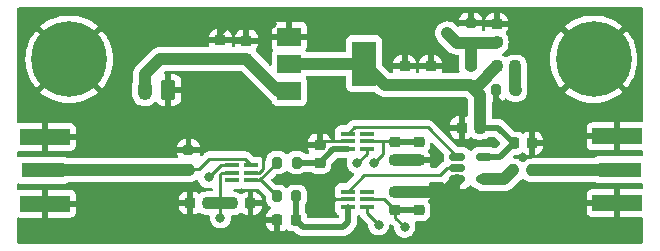
<source format=gbr>
%TF.GenerationSoftware,KiCad,Pcbnew,7.0.1*%
%TF.CreationDate,2023-04-02T02:08:02+02:00*%
%TF.ProjectId,OpenSPS_PCB,4f70656e-5350-4535-9f50-43422e6b6963,rev?*%
%TF.SameCoordinates,Original*%
%TF.FileFunction,Copper,L1,Top*%
%TF.FilePolarity,Positive*%
%FSLAX46Y46*%
G04 Gerber Fmt 4.6, Leading zero omitted, Abs format (unit mm)*
G04 Created by KiCad (PCBNEW 7.0.1) date 2023-04-02 02:08:02*
%MOMM*%
%LPD*%
G01*
G04 APERTURE LIST*
G04 Aperture macros list*
%AMRoundRect*
0 Rectangle with rounded corners*
0 $1 Rounding radius*
0 $2 $3 $4 $5 $6 $7 $8 $9 X,Y pos of 4 corners*
0 Add a 4 corners polygon primitive as box body*
4,1,4,$2,$3,$4,$5,$6,$7,$8,$9,$2,$3,0*
0 Add four circle primitives for the rounded corners*
1,1,$1+$1,$2,$3*
1,1,$1+$1,$4,$5*
1,1,$1+$1,$6,$7*
1,1,$1+$1,$8,$9*
0 Add four rect primitives between the rounded corners*
20,1,$1+$1,$2,$3,$4,$5,0*
20,1,$1+$1,$4,$5,$6,$7,0*
20,1,$1+$1,$6,$7,$8,$9,0*
20,1,$1+$1,$8,$9,$2,$3,0*%
G04 Aperture macros list end*
%TA.AperFunction,SMDPad,CuDef*%
%ADD10RoundRect,0.200000X0.275000X-0.200000X0.275000X0.200000X-0.275000X0.200000X-0.275000X-0.200000X0*%
%TD*%
%TA.AperFunction,SMDPad,CuDef*%
%ADD11RoundRect,0.200000X-0.200000X-0.275000X0.200000X-0.275000X0.200000X0.275000X-0.200000X0.275000X0*%
%TD*%
%TA.AperFunction,ComponentPad*%
%ADD12C,6.400000*%
%TD*%
%TA.AperFunction,SMDPad,CuDef*%
%ADD13RoundRect,0.225000X0.250000X-0.225000X0.250000X0.225000X-0.250000X0.225000X-0.250000X-0.225000X0*%
%TD*%
%TA.AperFunction,ComponentPad*%
%ADD14RoundRect,0.250000X0.350000X0.625000X-0.350000X0.625000X-0.350000X-0.625000X0.350000X-0.625000X0*%
%TD*%
%TA.AperFunction,ComponentPad*%
%ADD15O,1.200000X1.750000*%
%TD*%
%TA.AperFunction,SMDPad,CuDef*%
%ADD16RoundRect,0.218750X0.218750X0.256250X-0.218750X0.256250X-0.218750X-0.256250X0.218750X-0.256250X0*%
%TD*%
%TA.AperFunction,SMDPad,CuDef*%
%ADD17R,1.200000X0.399999*%
%TD*%
%TA.AperFunction,SMDPad,CuDef*%
%ADD18R,2.000000X1.500000*%
%TD*%
%TA.AperFunction,SMDPad,CuDef*%
%ADD19R,2.000000X3.800000*%
%TD*%
%TA.AperFunction,SMDPad,CuDef*%
%ADD20RoundRect,0.225000X0.225000X0.250000X-0.225000X0.250000X-0.225000X-0.250000X0.225000X-0.250000X0*%
%TD*%
%TA.AperFunction,SMDPad,CuDef*%
%ADD21RoundRect,0.225000X-0.225000X-0.250000X0.225000X-0.250000X0.225000X0.250000X-0.225000X0.250000X0*%
%TD*%
%TA.AperFunction,SMDPad,CuDef*%
%ADD22R,3.600000X1.270000*%
%TD*%
%TA.AperFunction,SMDPad,CuDef*%
%ADD23R,4.200000X1.350000*%
%TD*%
%TA.AperFunction,SMDPad,CuDef*%
%ADD24RoundRect,0.150000X-0.512500X-0.150000X0.512500X-0.150000X0.512500X0.150000X-0.512500X0.150000X0*%
%TD*%
%TA.AperFunction,SMDPad,CuDef*%
%ADD25RoundRect,0.225000X-0.250000X0.225000X-0.250000X-0.225000X0.250000X-0.225000X0.250000X0.225000X0*%
%TD*%
%TA.AperFunction,SMDPad,CuDef*%
%ADD26RoundRect,0.200000X0.200000X0.275000X-0.200000X0.275000X-0.200000X-0.275000X0.200000X-0.275000X0*%
%TD*%
%TA.AperFunction,ViaPad*%
%ADD27C,0.800000*%
%TD*%
%TA.AperFunction,Conductor*%
%ADD28C,1.000000*%
%TD*%
%TA.AperFunction,Conductor*%
%ADD29C,0.500000*%
%TD*%
%TA.AperFunction,Conductor*%
%ADD30C,0.250000*%
%TD*%
G04 APERTURE END LIST*
D10*
%TO.P,R6,1*%
%TO.N,/Vth*%
X143000000Y-100600000D03*
%TO.P,R6,2*%
%TO.N,Earth*%
X143000000Y-98950000D03*
%TD*%
D11*
%TO.P,R2,1*%
%TO.N,Net-(U1-Q)*%
X126600000Y-110750000D03*
%TO.P,R2,2*%
%TO.N,Net-(U3-VP)*%
X128250000Y-110750000D03*
%TD*%
D12*
%TO.P,H2,1,1*%
%TO.N,Earth*%
X153400000Y-102000000D03*
%TD*%
D13*
%TO.P,C10,1*%
%TO.N,+3.3V*%
X137400000Y-104150000D03*
%TO.P,C10,2*%
%TO.N,Earth*%
X137400000Y-102600000D03*
%TD*%
D14*
%TO.P,VCC/GND,1,Pin_1*%
%TO.N,Earth*%
X117400000Y-104600000D03*
D15*
%TO.P,VCC/GND,2,Pin_2*%
%TO.N,VCC*%
X115400000Y-104600000D03*
%TD*%
D16*
%TO.P,D1,1,K*%
%TO.N,Net-(D1-K)*%
X146775000Y-102600000D03*
%TO.P,D1,2,A*%
%TO.N,+3.3V*%
X145200000Y-102600000D03*
%TD*%
D17*
%TO.P,U4,1,Q*%
%TO.N,Net-(U4-Q)*%
X132600000Y-113200000D03*
%TO.P,U4,2,VEE*%
%TO.N,Earth*%
X132600000Y-113850000D03*
%TO.P,U4,3,VP*%
%TO.N,Net-(U4-VP)*%
X132600000Y-114500000D03*
%TO.P,U4,4,VN*%
%TO.N,/Vth*%
X134199999Y-114500000D03*
%TO.P,U4,5,VCCI/VCCO*%
%TO.N,+3.3V*%
X134199999Y-113850000D03*
%TO.P,U4,6,~{Q}*%
%TO.N,unconnected-(U4-~{Q}-Pad6)*%
X134199999Y-113200000D03*
%TD*%
D13*
%TO.P,C6,1*%
%TO.N,VCC*%
X121800000Y-101950000D03*
%TO.P,C6,2*%
%TO.N,Earth*%
X121800000Y-100400000D03*
%TD*%
%TO.P,C4,1*%
%TO.N,VCC*%
X124000000Y-101975000D03*
%TO.P,C4,2*%
%TO.N,Earth*%
X124000000Y-100425000D03*
%TD*%
D18*
%TO.P,U2,1,GND*%
%TO.N,Earth*%
X127650000Y-100075000D03*
%TO.P,U2,2,VO*%
%TO.N,+3.3V*%
X127650000Y-102375000D03*
D19*
X133950000Y-102375000D03*
D18*
%TO.P,U2,3,VI*%
%TO.N,VCC*%
X127650000Y-104675000D03*
%TD*%
D20*
%TO.P,C11,1*%
%TO.N,+3.3V*%
X143775000Y-107800000D03*
%TO.P,C11,2*%
%TO.N,Earth*%
X142225000Y-107800000D03*
%TD*%
D13*
%TO.P,C15,1*%
%TO.N,/Vth*%
X145200000Y-100575000D03*
%TO.P,C15,2*%
%TO.N,Earth*%
X145200000Y-99025000D03*
%TD*%
%TO.P,C7,1*%
%TO.N,+3.3V*%
X138600000Y-114775000D03*
%TO.P,C7,2*%
%TO.N,Earth*%
X138600000Y-113225000D03*
%TD*%
D20*
%TO.P,C14,1*%
%TO.N,Net-(U4-VP)*%
X128175000Y-115600000D03*
%TO.P,C14,2*%
%TO.N,Earth*%
X126625000Y-115600000D03*
%TD*%
D11*
%TO.P,R3,1*%
%TO.N,Net-(U1-Q)*%
X126575000Y-113600000D03*
%TO.P,R3,2*%
%TO.N,Net-(U4-VP)*%
X128225000Y-113600000D03*
%TD*%
D21*
%TO.P,C2,1*%
%TO.N,+3.3V*%
X122800000Y-114200000D03*
%TO.P,C2,2*%
%TO.N,Earth*%
X124350000Y-114200000D03*
%TD*%
D22*
%TO.P,Ref in,1,In*%
%TO.N,Net-(J2-In)*%
X106762500Y-111400000D03*
D23*
%TO.P,Ref in,2,Ext*%
%TO.N,Earth*%
X106962500Y-108575000D03*
X106962500Y-114225000D03*
%TD*%
D22*
%TO.P,Laser out,1,In*%
%TO.N,Net-(J3-In)*%
X155612500Y-111350000D03*
D23*
%TO.P,Laser out,2,Ext*%
%TO.N,Earth*%
X155412500Y-114175000D03*
X155412500Y-108525000D03*
%TD*%
D13*
%TO.P,C12,1*%
%TO.N,+3.3V*%
X139600000Y-104150000D03*
%TO.P,C12,2*%
%TO.N,Earth*%
X139600000Y-102600000D03*
%TD*%
D24*
%TO.P,U5,1*%
%TO.N,Net-(U3-Q)*%
X141862500Y-110250000D03*
%TO.P,U5,2*%
%TO.N,Net-(U4-Q)*%
X141862500Y-111200000D03*
%TO.P,U5,3,GND*%
%TO.N,Earth*%
X141862500Y-112150000D03*
%TO.P,U5,4*%
%TO.N,Net-(R7-Pad1)*%
X144137500Y-112150000D03*
%TO.P,U5,5,VCC*%
%TO.N,+3.3V*%
X144137500Y-110250000D03*
%TD*%
D25*
%TO.P,C3,1*%
%TO.N,+3.3V*%
X138600000Y-109000000D03*
%TO.P,C3,2*%
%TO.N,Earth*%
X138600000Y-110550000D03*
%TD*%
D17*
%TO.P,U3,1,Q*%
%TO.N,Net-(U3-Q)*%
X132600000Y-108300000D03*
%TO.P,U3,2,VEE*%
%TO.N,Earth*%
X132600000Y-108950000D03*
%TO.P,U3,3,VP*%
%TO.N,Net-(U3-VP)*%
X132600000Y-109600000D03*
%TO.P,U3,4,VN*%
%TO.N,/Vth*%
X134199999Y-109600000D03*
%TO.P,U3,5,VCCI/VCCO*%
%TO.N,+3.3V*%
X134199999Y-108950000D03*
%TO.P,U3,6,~{Q}*%
%TO.N,unconnected-(U3-~{Q}-Pad6)*%
X134199999Y-108300000D03*
%TD*%
D13*
%TO.P,C13,1*%
%TO.N,Net-(U3-VP)*%
X130200000Y-110775000D03*
%TO.P,C13,2*%
%TO.N,Earth*%
X130200000Y-109225000D03*
%TD*%
D10*
%TO.P,R1,1*%
%TO.N,Net-(J2-In)*%
X119100000Y-111325000D03*
%TO.P,R1,2*%
%TO.N,Earth*%
X119100000Y-109675000D03*
%TD*%
D11*
%TO.P,R7,1*%
%TO.N,Net-(R7-Pad1)*%
X146575000Y-111400000D03*
%TO.P,R7,2*%
%TO.N,Net-(J3-In)*%
X148225000Y-111400000D03*
%TD*%
D13*
%TO.P,C8,1*%
%TO.N,+3.3V*%
X136600000Y-114775000D03*
%TO.P,C8,2*%
%TO.N,Earth*%
X136600000Y-113225000D03*
%TD*%
D25*
%TO.P,C5,1*%
%TO.N,+3.3V*%
X136600000Y-109000000D03*
%TO.P,C5,2*%
%TO.N,Earth*%
X136600000Y-110550000D03*
%TD*%
D26*
%TO.P,R4,1*%
%TO.N,Net-(D1-K)*%
X146800000Y-104600000D03*
%TO.P,R4,2*%
%TO.N,Earth*%
X145150000Y-104600000D03*
%TD*%
D17*
%TO.P,U1,1,Q*%
%TO.N,Net-(U1-Q)*%
X124400001Y-112250001D03*
%TO.P,U1,2,VEE*%
%TO.N,Earth*%
X124400001Y-111600001D03*
%TO.P,U1,3,VP*%
%TO.N,Net-(J2-In)*%
X124400001Y-110950001D03*
%TO.P,U1,4,VN*%
%TO.N,/Vth*%
X122800002Y-110950001D03*
%TO.P,U1,5,VCCI/VCCO*%
%TO.N,+3.3V*%
X122800002Y-111600001D03*
%TO.P,U1,6,~{Q}*%
%TO.N,unconnected-(U1-~{Q}-Pad6)*%
X122800002Y-112250001D03*
%TD*%
D21*
%TO.P,C9,1*%
%TO.N,+3.3V*%
X146625000Y-109100000D03*
%TO.P,C9,2*%
%TO.N,Earth*%
X148175000Y-109100000D03*
%TD*%
D10*
%TO.P,R5,1*%
%TO.N,+3.3V*%
X143000000Y-104225000D03*
%TO.P,R5,2*%
%TO.N,/Vth*%
X143000000Y-102575000D03*
%TD*%
D20*
%TO.P,C1,1*%
%TO.N,+3.3V*%
X120775000Y-114175000D03*
%TO.P,C1,2*%
%TO.N,Earth*%
X119225000Y-114175000D03*
%TD*%
D12*
%TO.P,H1,1,1*%
%TO.N,Earth*%
X109000000Y-102000000D03*
%TD*%
D27*
%TO.N,+3.3V*%
X143800000Y-106200000D03*
X135800000Y-104200000D03*
X134800000Y-110800000D03*
X137400000Y-116200000D03*
X121800000Y-115400000D03*
%TO.N,Earth*%
X116400000Y-113200000D03*
X140200000Y-110400000D03*
X117500000Y-109400000D03*
X133800000Y-117000000D03*
X147800000Y-116000000D03*
X124200000Y-116600000D03*
X115200000Y-109400000D03*
X149700000Y-112800000D03*
X152200000Y-109800000D03*
X114000000Y-113200000D03*
X146200000Y-106400000D03*
X115200000Y-113200000D03*
X111600000Y-109400000D03*
X143000000Y-116200000D03*
X124200000Y-106600000D03*
X122800000Y-98800000D03*
X110400000Y-109400000D03*
X134800000Y-99000000D03*
X112800000Y-113200000D03*
X148800000Y-105800000D03*
X151600000Y-107200000D03*
X149700000Y-109800000D03*
X111600000Y-113200000D03*
X130600000Y-114400000D03*
X125400000Y-109800000D03*
X128200000Y-108800000D03*
X152200000Y-112800000D03*
X112800000Y-109400000D03*
X137000000Y-100000000D03*
X130600000Y-107000000D03*
X126200000Y-99000000D03*
X151000000Y-109800000D03*
X146000000Y-114600000D03*
X117500000Y-113200000D03*
X130800000Y-100200000D03*
X114000000Y-109400000D03*
X148600000Y-100200000D03*
X121000000Y-106000000D03*
X133200000Y-106200000D03*
X110400000Y-113200000D03*
X116400000Y-109400000D03*
X120000000Y-103800000D03*
X151000000Y-112800000D03*
%TO.N,/Vth*%
X133400000Y-110800000D03*
X135200000Y-116000000D03*
X141000000Y-99800000D03*
X120800000Y-112000000D03*
%TD*%
D28*
%TO.N,+3.3V*%
X139600000Y-104150000D02*
X142925000Y-104150000D01*
D29*
X136600000Y-114775000D02*
X138600000Y-114775000D01*
D30*
X136550000Y-108950000D02*
X136600000Y-109000000D01*
D28*
X143000000Y-104225000D02*
X143575000Y-104225000D01*
D30*
X134199999Y-108950000D02*
X135600000Y-108950000D01*
D28*
X135850000Y-104150000D02*
X137400000Y-104150000D01*
D30*
X134199999Y-113850000D02*
X135675000Y-113850000D01*
D28*
X142925000Y-104150000D02*
X143000000Y-104225000D01*
D29*
X144137500Y-110250000D02*
X145475000Y-110250000D01*
D30*
X136600000Y-115400000D02*
X137400000Y-116200000D01*
D28*
X143000000Y-104225000D02*
X143775000Y-105000000D01*
D30*
X135675000Y-113850000D02*
X136600000Y-114775000D01*
X135600000Y-108950000D02*
X135600000Y-110000000D01*
X135600000Y-110000000D02*
X134800000Y-110800000D01*
D28*
X143575000Y-104225000D02*
X145200000Y-102600000D01*
X143800000Y-106200000D02*
X143775000Y-106225000D01*
X135800000Y-104200000D02*
X135850000Y-104150000D01*
X122775000Y-114175000D02*
X122800000Y-114200000D01*
X135725000Y-104150000D02*
X135750000Y-104150000D01*
D29*
X143775000Y-107800000D02*
X145325000Y-107800000D01*
D28*
X133950000Y-102375000D02*
X135725000Y-104150000D01*
X137400000Y-104150000D02*
X139600000Y-104150000D01*
X127650000Y-102375000D02*
X133950000Y-102375000D01*
D29*
X145325000Y-107800000D02*
X146625000Y-109100000D01*
X145475000Y-110250000D02*
X146625000Y-109100000D01*
D30*
X135600000Y-108950000D02*
X136550000Y-108950000D01*
X122800002Y-111600001D02*
X121950002Y-111600001D01*
D28*
X120775000Y-114175000D02*
X121800000Y-114175000D01*
X143775000Y-106225000D02*
X143775000Y-107800000D01*
D30*
X121950002Y-111600001D02*
X121800000Y-111750003D01*
D28*
X143775000Y-105000000D02*
X143775000Y-106175000D01*
D30*
X136600000Y-114775000D02*
X136600000Y-115400000D01*
X121800000Y-113200000D02*
X121800000Y-115400000D01*
D29*
X136600000Y-109000000D02*
X138600000Y-109000000D01*
D28*
X135750000Y-104150000D02*
X135800000Y-104200000D01*
X143775000Y-106175000D02*
X143800000Y-106200000D01*
X121800000Y-114175000D02*
X122775000Y-114175000D01*
D30*
X121800000Y-111750003D02*
X121800000Y-113200000D01*
X121800000Y-113200000D02*
X121800000Y-114175000D01*
D29*
%TO.N,Earth*%
X121800000Y-99800000D02*
X122800000Y-98800000D01*
D30*
X125113603Y-111600001D02*
X125400000Y-111313604D01*
D29*
X143000000Y-98950000D02*
X145125000Y-98950000D01*
D30*
X125400000Y-111313604D02*
X125400000Y-109800000D01*
D29*
X121800000Y-100400000D02*
X123975000Y-100400000D01*
X145150000Y-105350000D02*
X146200000Y-106400000D01*
D30*
X130475000Y-108950000D02*
X130200000Y-109225000D01*
X132600000Y-108950000D02*
X130475000Y-108950000D01*
X131150000Y-113850000D02*
X132600000Y-113850000D01*
D29*
X121800000Y-100400000D02*
X121800000Y-99800000D01*
D28*
X136600000Y-113225000D02*
X138600000Y-113225000D01*
D30*
X130600000Y-114400000D02*
X131150000Y-113850000D01*
X124350000Y-114200000D02*
X124350000Y-114350000D01*
D28*
X140837500Y-113225000D02*
X141862500Y-112200000D01*
D29*
X145125000Y-98950000D02*
X145200000Y-99025000D01*
X123975000Y-100400000D02*
X124000000Y-100425000D01*
D30*
X124400001Y-111600001D02*
X125113603Y-111600001D01*
D28*
X138600000Y-113225000D02*
X140837500Y-113225000D01*
D29*
X145150000Y-104600000D02*
X145150000Y-105350000D01*
D28*
X136600000Y-110550000D02*
X138600000Y-110550000D01*
%TO.N,VCC*%
X116725000Y-101950000D02*
X121800000Y-101950000D01*
X115400000Y-104600000D02*
X115400000Y-103275000D01*
X115400000Y-103275000D02*
X116725000Y-101950000D01*
X124000000Y-101975000D02*
X126700000Y-104675000D01*
X126700000Y-104675000D02*
X127650000Y-104675000D01*
X121825000Y-101975000D02*
X121800000Y-101950000D01*
X124000000Y-101975000D02*
X121825000Y-101975000D01*
D29*
%TO.N,Net-(U3-VP)*%
X130175000Y-110750000D02*
X130200000Y-110775000D01*
X131375000Y-109600000D02*
X130200000Y-110775000D01*
X128250000Y-110750000D02*
X130175000Y-110750000D01*
X132600000Y-109600000D02*
X131375000Y-109600000D01*
%TO.N,Net-(U4-VP)*%
X128225000Y-113600000D02*
X128225000Y-115550000D01*
X132200000Y-116200000D02*
X132600000Y-115800000D01*
X128775000Y-116200000D02*
X132200000Y-116200000D01*
X128225000Y-115550000D02*
X128175000Y-115600000D01*
X132600000Y-115800000D02*
X132600000Y-114500000D01*
X128175000Y-115600000D02*
X128775000Y-116200000D01*
D28*
%TO.N,/Vth*%
X145175000Y-100600000D02*
X145200000Y-100575000D01*
D30*
X122800002Y-110950001D02*
X121849999Y-110950001D01*
X134199999Y-110000001D02*
X133400000Y-110800000D01*
D28*
X143000000Y-100600000D02*
X145175000Y-100600000D01*
X141800000Y-100600000D02*
X141000000Y-99800000D01*
D30*
X121849999Y-110950001D02*
X120800000Y-112000000D01*
X134199999Y-109600000D02*
X134199999Y-110000001D01*
X134199999Y-114999999D02*
X135200000Y-116000000D01*
D28*
X143000000Y-100600000D02*
X141800000Y-100600000D01*
X143000000Y-102575000D02*
X143000000Y-100600000D01*
D30*
X134199999Y-114500000D02*
X134199999Y-114999999D01*
D28*
%TO.N,Net-(D1-K)*%
X146775000Y-104575000D02*
X146800000Y-104600000D01*
X146775000Y-102600000D02*
X146775000Y-104575000D01*
%TO.N,Net-(J2-In)*%
X119175000Y-111400000D02*
X106662500Y-111400000D01*
D30*
X124400001Y-110950001D02*
X123875002Y-110425002D01*
X119975000Y-111325000D02*
X120874998Y-110425002D01*
X123875002Y-110425002D02*
X120874998Y-110425002D01*
X119975000Y-111325000D02*
X119100000Y-111325000D01*
D28*
%TO.N,Net-(J3-In)*%
X148225000Y-111400000D02*
X155375000Y-111400000D01*
D30*
%TO.N,Net-(U1-Q)*%
X124400001Y-112250001D02*
X125099999Y-112250001D01*
X125099999Y-112250001D02*
X126600000Y-110750000D01*
X124400001Y-112250001D02*
X125225001Y-112250001D01*
X125225001Y-112250001D02*
X126575000Y-113600000D01*
D28*
%TO.N,Net-(R7-Pad1)*%
X144137500Y-112150000D02*
X145825000Y-112150000D01*
X145825000Y-112150000D02*
X146575000Y-111400000D01*
D30*
%TO.N,Net-(U3-Q)*%
X133124999Y-107775001D02*
X132600000Y-108300000D01*
X133224999Y-107775001D02*
X133200000Y-107800000D01*
X133175001Y-107775001D02*
X133124999Y-107775001D01*
X133200000Y-107800000D02*
X133175001Y-107775001D01*
X141862500Y-110250000D02*
X139387501Y-107775001D01*
X139387501Y-107775001D02*
X133224999Y-107775001D01*
%TO.N,Net-(U4-Q)*%
X140400000Y-111800000D02*
X141000000Y-111200000D01*
X134000000Y-111800000D02*
X140400000Y-111800000D01*
X132600000Y-113200000D02*
X134000000Y-111800000D01*
X141000000Y-111200000D02*
X141862500Y-111200000D01*
%TD*%
%TA.AperFunction,Conductor*%
%TO.N,Earth*%
G36*
X142050500Y-112017113D02*
G01*
X142095887Y-112062500D01*
X142112500Y-112124500D01*
X142112500Y-112950000D01*
X142440639Y-112950000D01*
X142477493Y-112947099D01*
X142635197Y-112901282D01*
X142776557Y-112817682D01*
X142892678Y-112701561D01*
X142892972Y-112701065D01*
X142938265Y-112656472D01*
X142999703Y-112640178D01*
X143061142Y-112656466D01*
X143106439Y-112701054D01*
X143106919Y-112701865D01*
X143223135Y-112818081D01*
X143344428Y-112889813D01*
X143364602Y-112901744D01*
X143519441Y-112946730D01*
X143555683Y-112964031D01*
X143598947Y-112994143D01*
X143649451Y-113029295D01*
X143836442Y-113109540D01*
X144035759Y-113150500D01*
X145810721Y-113150500D01*
X145813862Y-113150539D01*
X145901363Y-113152757D01*
X145959432Y-113142348D01*
X145968736Y-113141043D01*
X146027438Y-113135074D01*
X146056467Y-113125965D01*
X146071700Y-113122226D01*
X146101653Y-113116858D01*
X146156426Y-113094978D01*
X146165301Y-113091819D01*
X146182675Y-113086367D01*
X146221588Y-113074159D01*
X146248194Y-113059390D01*
X146262362Y-113052662D01*
X146290617Y-113041377D01*
X146339879Y-113008909D01*
X146347910Y-113004043D01*
X146399502Y-112975409D01*
X146422587Y-112955589D01*
X146435114Y-112946144D01*
X146460519Y-112929402D01*
X146502245Y-112887674D01*
X146509131Y-112881294D01*
X146532603Y-112861144D01*
X146553895Y-112842866D01*
X146572524Y-112818798D01*
X146582883Y-112807036D01*
X147071248Y-112318671D01*
X147094774Y-112300240D01*
X147210185Y-112230472D01*
X147253158Y-112187499D01*
X147312319Y-112128339D01*
X147367906Y-112096245D01*
X147432094Y-112096245D01*
X147487681Y-112128339D01*
X147589813Y-112230471D01*
X147589815Y-112230472D01*
X147735394Y-112318478D01*
X147897804Y-112369086D01*
X147944857Y-112373362D01*
X147968383Y-112375500D01*
X147968384Y-112375500D01*
X147988995Y-112375500D01*
X148013955Y-112378038D01*
X148048189Y-112385073D01*
X148123259Y-112400500D01*
X153491098Y-112400500D01*
X153530257Y-112406846D01*
X153565409Y-112425233D01*
X153570169Y-112428796D01*
X153601999Y-112440668D01*
X153705017Y-112479091D01*
X153764627Y-112485500D01*
X157460372Y-112485499D01*
X157460374Y-112485499D01*
X157462244Y-112485298D01*
X157463397Y-112485499D01*
X157467018Y-112485499D01*
X157467018Y-112486130D01*
X157529680Y-112497050D01*
X157580606Y-112542793D01*
X157599500Y-112608587D01*
X157599500Y-112876000D01*
X157582887Y-112938000D01*
X157537500Y-112983387D01*
X157475500Y-113000000D01*
X155662500Y-113000000D01*
X155662500Y-115350000D01*
X157475500Y-115350000D01*
X157537500Y-115366613D01*
X157582887Y-115412000D01*
X157599500Y-115474000D01*
X157599500Y-117475500D01*
X157582887Y-117537500D01*
X157537500Y-117582887D01*
X157475500Y-117599500D01*
X104724500Y-117599500D01*
X104662500Y-117582887D01*
X104617113Y-117537500D01*
X104600500Y-117475500D01*
X104600500Y-115514520D01*
X104614626Y-115457041D01*
X104653787Y-115412659D01*
X104709060Y-115391485D01*
X104739306Y-115395013D01*
X104739638Y-115391933D01*
X104814676Y-115400000D01*
X106712500Y-115400000D01*
X106712500Y-114475000D01*
X107212500Y-114475000D01*
X107212500Y-115400000D01*
X109110324Y-115400000D01*
X109169875Y-115393597D01*
X109304589Y-115343352D01*
X109419688Y-115257188D01*
X109505852Y-115142089D01*
X109556097Y-115007375D01*
X109562500Y-114947824D01*
X109562500Y-114475000D01*
X107212500Y-114475000D01*
X106712500Y-114475000D01*
X106712500Y-114425000D01*
X118275001Y-114425000D01*
X118275001Y-114473315D01*
X118285143Y-114572605D01*
X118338453Y-114733486D01*
X118427426Y-114877732D01*
X118547267Y-114997573D01*
X118691513Y-115086546D01*
X118852393Y-115139856D01*
X118951685Y-115150000D01*
X118975000Y-115150000D01*
X118975000Y-114425000D01*
X118275001Y-114425000D01*
X106712500Y-114425000D01*
X106712500Y-113050000D01*
X107212500Y-113050000D01*
X107212500Y-113975000D01*
X109562500Y-113975000D01*
X109562500Y-113925000D01*
X118275000Y-113925000D01*
X118975000Y-113925000D01*
X118975000Y-113200001D01*
X118951685Y-113200001D01*
X118852394Y-113210143D01*
X118691513Y-113263453D01*
X118547267Y-113352426D01*
X118427426Y-113472267D01*
X118338453Y-113616513D01*
X118285143Y-113777393D01*
X118275000Y-113876685D01*
X118275000Y-113925000D01*
X109562500Y-113925000D01*
X109562500Y-113502176D01*
X109556097Y-113442624D01*
X109505852Y-113307910D01*
X109419688Y-113192811D01*
X109304589Y-113106647D01*
X109169875Y-113056402D01*
X109110324Y-113050000D01*
X107212500Y-113050000D01*
X106712500Y-113050000D01*
X104814676Y-113050000D01*
X104739638Y-113058067D01*
X104739306Y-113054986D01*
X104709060Y-113058515D01*
X104653787Y-113037341D01*
X104614626Y-112992959D01*
X104600500Y-112935480D01*
X104600500Y-112612755D01*
X104614624Y-112555280D01*
X104653780Y-112510899D01*
X104709047Y-112489722D01*
X104767830Y-112496572D01*
X104855017Y-112529091D01*
X104914627Y-112535500D01*
X108610372Y-112535499D01*
X108669983Y-112529091D01*
X108804831Y-112478796D01*
X108844055Y-112449433D01*
X108876383Y-112425233D01*
X108911534Y-112406846D01*
X108950693Y-112400500D01*
X119225740Y-112400500D01*
X119225742Y-112400500D01*
X119377438Y-112385074D01*
X119571588Y-112324159D01*
X119749502Y-112225409D01*
X119749502Y-112225408D01*
X119760528Y-112219289D01*
X119761241Y-112220573D01*
X119800577Y-112200902D01*
X119860891Y-112202579D01*
X119913274Y-112232525D01*
X119945321Y-112283649D01*
X119972821Y-112368285D01*
X120067466Y-112532216D01*
X120194129Y-112672889D01*
X120347269Y-112784151D01*
X120520197Y-112861144D01*
X120705352Y-112900500D01*
X120705354Y-112900500D01*
X120894646Y-112900500D01*
X120894648Y-112900500D01*
X121024719Y-112872853D01*
X121079448Y-112873569D01*
X121128536Y-112897777D01*
X121162421Y-112940760D01*
X121174500Y-112994143D01*
X121174500Y-113050500D01*
X121157887Y-113112500D01*
X121112500Y-113157887D01*
X121050500Y-113174500D01*
X120724258Y-113174500D01*
X120673692Y-113179642D01*
X120572558Y-113189926D01*
X120560164Y-113193815D01*
X120523053Y-113199500D01*
X120501656Y-113199500D01*
X120402292Y-113209650D01*
X120241300Y-113262997D01*
X120096954Y-113352031D01*
X120087325Y-113361661D01*
X120031738Y-113393753D01*
X119967551Y-113393753D01*
X119911965Y-113361659D01*
X119902732Y-113352426D01*
X119758486Y-113263453D01*
X119597606Y-113210143D01*
X119498315Y-113200000D01*
X119475000Y-113200000D01*
X119475000Y-115149999D01*
X119498315Y-115149999D01*
X119597605Y-115139856D01*
X119758484Y-115086546D01*
X119902732Y-114997572D01*
X119911963Y-114988341D01*
X119967551Y-114956245D01*
X120031741Y-114956245D01*
X120087329Y-114988341D01*
X120096957Y-114997969D01*
X120241300Y-115087002D01*
X120241302Y-115087002D01*
X120241303Y-115087003D01*
X120402292Y-115140349D01*
X120501655Y-115150500D01*
X120538994Y-115150499D01*
X120563953Y-115153036D01*
X120673259Y-115175500D01*
X120780419Y-115175500D01*
X120846129Y-115194342D01*
X120891869Y-115245141D01*
X120903740Y-115312460D01*
X120900468Y-115343597D01*
X120894540Y-115400000D01*
X120899743Y-115449500D01*
X120914326Y-115588257D01*
X120972820Y-115768284D01*
X121067466Y-115932216D01*
X121194129Y-116072889D01*
X121347269Y-116184151D01*
X121520197Y-116261144D01*
X121705352Y-116300500D01*
X121705354Y-116300500D01*
X121894646Y-116300500D01*
X121894648Y-116300500D01*
X122025582Y-116272669D01*
X122079803Y-116261144D01*
X122252730Y-116184151D01*
X122405871Y-116072888D01*
X122532533Y-115932216D01*
X122580000Y-115850000D01*
X125675001Y-115850000D01*
X125675001Y-115898315D01*
X125685143Y-115997605D01*
X125738453Y-116158486D01*
X125827426Y-116302732D01*
X125947267Y-116422573D01*
X126091513Y-116511546D01*
X126252393Y-116564856D01*
X126351685Y-116575000D01*
X126375000Y-116575000D01*
X126375000Y-115850000D01*
X125675001Y-115850000D01*
X122580000Y-115850000D01*
X122627179Y-115768284D01*
X122685674Y-115588256D01*
X122705460Y-115400000D01*
X122699410Y-115342443D01*
X122705550Y-115288933D01*
X122733804Y-115243070D01*
X122778839Y-115213515D01*
X122813176Y-115208576D01*
X122812967Y-115206931D01*
X123039837Y-115178037D01*
X123039938Y-115178836D01*
X123060020Y-115175499D01*
X123073345Y-115175499D01*
X123123026Y-115170423D01*
X123172708Y-115165349D01*
X123333697Y-115112003D01*
X123478044Y-115022968D01*
X123487672Y-115013339D01*
X123543258Y-114981245D01*
X123607448Y-114981245D01*
X123663036Y-115013341D01*
X123672269Y-115022574D01*
X123816513Y-115111546D01*
X123977393Y-115164856D01*
X124076685Y-115175000D01*
X124100000Y-115175000D01*
X124100000Y-114450000D01*
X124600000Y-114450000D01*
X124600000Y-115174999D01*
X124623315Y-115174999D01*
X124722605Y-115164856D01*
X124883486Y-115111546D01*
X125027732Y-115022573D01*
X125147573Y-114902732D01*
X125236546Y-114758486D01*
X125289856Y-114597606D01*
X125300000Y-114498315D01*
X125300000Y-114450000D01*
X124600000Y-114450000D01*
X124100000Y-114450000D01*
X124100000Y-113225001D01*
X124076685Y-113225001D01*
X123977394Y-113235143D01*
X123816513Y-113288453D01*
X123672266Y-113377426D01*
X123663032Y-113386661D01*
X123607445Y-113418753D01*
X123543258Y-113418753D01*
X123487672Y-113386659D01*
X123478044Y-113377031D01*
X123333699Y-113287997D01*
X123172708Y-113234650D01*
X123123418Y-113229615D01*
X123105611Y-113225000D01*
X124600000Y-113225000D01*
X124600000Y-113950000D01*
X125299999Y-113950000D01*
X125299999Y-113901685D01*
X125289856Y-113802394D01*
X125236546Y-113641513D01*
X125147573Y-113497267D01*
X125027732Y-113377426D01*
X124883486Y-113288453D01*
X124722606Y-113235143D01*
X124623315Y-113225000D01*
X124600000Y-113225000D01*
X123105611Y-113225000D01*
X123087124Y-113220209D01*
X123076058Y-113215460D01*
X123076054Y-113215459D01*
X123018272Y-113203583D01*
X123009129Y-113201339D01*
X122982488Y-113193717D01*
X122931547Y-113164737D01*
X122899605Y-113115598D01*
X122893798Y-113057279D01*
X122915422Y-113002807D01*
X122959648Y-112964350D01*
X123016594Y-112950500D01*
X123447874Y-112950500D01*
X123507485Y-112944092D01*
X123556667Y-112925747D01*
X123600001Y-112917929D01*
X123643336Y-112925748D01*
X123683584Y-112940760D01*
X123692518Y-112944092D01*
X123752128Y-112950501D01*
X124989547Y-112950500D01*
X125037000Y-112959939D01*
X125077228Y-112986819D01*
X125638181Y-113547772D01*
X125665061Y-113588000D01*
X125674500Y-113635453D01*
X125674500Y-113931617D01*
X125680913Y-114002193D01*
X125680914Y-114002196D01*
X125731522Y-114164606D01*
X125731523Y-114164607D01*
X125819528Y-114310186D01*
X125939813Y-114430471D01*
X125939815Y-114430472D01*
X126052040Y-114498315D01*
X126053880Y-114499427D01*
X126097599Y-114544387D01*
X126113729Y-114604989D01*
X126098143Y-114665733D01*
X126054828Y-114711082D01*
X125947266Y-114777427D01*
X125827426Y-114897267D01*
X125738453Y-115041513D01*
X125685143Y-115202393D01*
X125675000Y-115301685D01*
X125675000Y-115350000D01*
X126751000Y-115350000D01*
X126813000Y-115366613D01*
X126858387Y-115412000D01*
X126875000Y-115474000D01*
X126875000Y-116574999D01*
X126898315Y-116574999D01*
X126997605Y-116564856D01*
X127158484Y-116511546D01*
X127302732Y-116422572D01*
X127311963Y-116413341D01*
X127367551Y-116381245D01*
X127431741Y-116381245D01*
X127487329Y-116413341D01*
X127496957Y-116422969D01*
X127641300Y-116512002D01*
X127641302Y-116512002D01*
X127641303Y-116512003D01*
X127802292Y-116565349D01*
X127901655Y-116575500D01*
X128037770Y-116575499D01*
X128085222Y-116584938D01*
X128125451Y-116611818D01*
X128199268Y-116685635D01*
X128211044Y-116699260D01*
X128225390Y-116718530D01*
X128263355Y-116750386D01*
X128271317Y-116757684D01*
X128275224Y-116761591D01*
X128299542Y-116780819D01*
X128302298Y-116783063D01*
X128359786Y-116831302D01*
X128359788Y-116831303D01*
X128360757Y-116832116D01*
X128377177Y-116842576D01*
X128378321Y-116843109D01*
X128378323Y-116843111D01*
X128446357Y-116874835D01*
X128449456Y-116876335D01*
X128515667Y-116909588D01*
X128517704Y-116910611D01*
X128536084Y-116916998D01*
X128537321Y-116917253D01*
X128537327Y-116917256D01*
X128610862Y-116932439D01*
X128614209Y-116933181D01*
X128687279Y-116950500D01*
X128687281Y-116950500D01*
X128688505Y-116950790D01*
X128707876Y-116952769D01*
X128709140Y-116952732D01*
X128709144Y-116952733D01*
X128784110Y-116950552D01*
X128787716Y-116950500D01*
X132136294Y-116950500D01*
X132154264Y-116951809D01*
X132158320Y-116952402D01*
X132178023Y-116955289D01*
X132227368Y-116950972D01*
X132238176Y-116950500D01*
X132243706Y-116950500D01*
X132243709Y-116950500D01*
X132274550Y-116946894D01*
X132278031Y-116946539D01*
X132352797Y-116939999D01*
X132352797Y-116939998D01*
X132354052Y-116939889D01*
X132373062Y-116935674D01*
X132374250Y-116935241D01*
X132374255Y-116935241D01*
X132444820Y-116909557D01*
X132448095Y-116908419D01*
X132519334Y-116884814D01*
X132519336Y-116884812D01*
X132520536Y-116884415D01*
X132538063Y-116875929D01*
X132539112Y-116875238D01*
X132539117Y-116875237D01*
X132601806Y-116834005D01*
X132604798Y-116832099D01*
X132668656Y-116792712D01*
X132668656Y-116792711D01*
X132669729Y-116792050D01*
X132684824Y-116779753D01*
X132685692Y-116778832D01*
X132685696Y-116778830D01*
X132737187Y-116724251D01*
X132739633Y-116721733D01*
X133085641Y-116375724D01*
X133099268Y-116363949D01*
X133118530Y-116349610D01*
X133150375Y-116311657D01*
X133157685Y-116303682D01*
X133161593Y-116299774D01*
X133180807Y-116275472D01*
X133183090Y-116272669D01*
X133192761Y-116261144D01*
X133231302Y-116215214D01*
X133231302Y-116215212D01*
X133232117Y-116214242D01*
X133242566Y-116197840D01*
X133243105Y-116196682D01*
X133243110Y-116196677D01*
X133274832Y-116128647D01*
X133276348Y-116125516D01*
X133310040Y-116058433D01*
X133310040Y-116058429D01*
X133310610Y-116057296D01*
X133316999Y-116038917D01*
X133320833Y-116020348D01*
X133332431Y-115964171D01*
X133333186Y-115960767D01*
X133350500Y-115887721D01*
X133350500Y-115887719D01*
X133350790Y-115886495D01*
X133352769Y-115867123D01*
X133352732Y-115865859D01*
X133352733Y-115865856D01*
X133350552Y-115790889D01*
X133350500Y-115787284D01*
X133350500Y-115316869D01*
X133369394Y-115251076D01*
X133420318Y-115205333D01*
X133487753Y-115193579D01*
X133492516Y-115194091D01*
X133532751Y-115198416D01*
X133586613Y-115217440D01*
X133626232Y-115258592D01*
X133631581Y-115267638D01*
X133640135Y-115285099D01*
X133647513Y-115303731D01*
X133653855Y-115312460D01*
X133673179Y-115339058D01*
X133679592Y-115348821D01*
X133701825Y-115386415D01*
X133701828Y-115386418D01*
X133701829Y-115386419D01*
X133715994Y-115400584D01*
X133728626Y-115415374D01*
X133740405Y-115431586D01*
X133774057Y-115459425D01*
X133782698Y-115467288D01*
X134261038Y-115945629D01*
X134285277Y-115979926D01*
X134296678Y-116020348D01*
X134314326Y-116188257D01*
X134372820Y-116368284D01*
X134467466Y-116532216D01*
X134594129Y-116672889D01*
X134747269Y-116784151D01*
X134920197Y-116861144D01*
X135105352Y-116900500D01*
X135105354Y-116900500D01*
X135294646Y-116900500D01*
X135294648Y-116900500D01*
X135424551Y-116872888D01*
X135479803Y-116861144D01*
X135652730Y-116784151D01*
X135735126Y-116724287D01*
X135805870Y-116672889D01*
X135932533Y-116532216D01*
X136027179Y-116368284D01*
X136046924Y-116307515D01*
X136085674Y-116188256D01*
X136098253Y-116068562D01*
X136124195Y-116004758D01*
X136180182Y-115964638D01*
X136248941Y-115960584D01*
X136309252Y-115993843D01*
X136461041Y-116145632D01*
X136485278Y-116179927D01*
X136496678Y-116220348D01*
X136514326Y-116388257D01*
X136572820Y-116568284D01*
X136667466Y-116732216D01*
X136794129Y-116872889D01*
X136947269Y-116984151D01*
X137120197Y-117061144D01*
X137305352Y-117100500D01*
X137305354Y-117100500D01*
X137494646Y-117100500D01*
X137494648Y-117100500D01*
X137618084Y-117074262D01*
X137679803Y-117061144D01*
X137852730Y-116984151D01*
X137923936Y-116932417D01*
X138005870Y-116872889D01*
X138132533Y-116732216D01*
X138227179Y-116568284D01*
X138245614Y-116511546D01*
X138285674Y-116388256D01*
X138305460Y-116200000D01*
X138285674Y-116011744D01*
X138245406Y-115887815D01*
X138240865Y-115830101D01*
X138263020Y-115776614D01*
X138307043Y-115739014D01*
X138363334Y-115725499D01*
X138898344Y-115725499D01*
X138898345Y-115725499D01*
X138948025Y-115720424D01*
X138997708Y-115715349D01*
X139158697Y-115662003D01*
X139303044Y-115572968D01*
X139422968Y-115453044D01*
X139447878Y-115412659D01*
X139512002Y-115308699D01*
X139513649Y-115303731D01*
X139565349Y-115147708D01*
X139575500Y-115048345D01*
X139575499Y-114501656D01*
X139568227Y-114430471D01*
X139567668Y-114425000D01*
X152812500Y-114425000D01*
X152812500Y-114897824D01*
X152818902Y-114957375D01*
X152869147Y-115092089D01*
X152955311Y-115207188D01*
X153070410Y-115293352D01*
X153205124Y-115343597D01*
X153264676Y-115350000D01*
X155162500Y-115350000D01*
X155162500Y-114425000D01*
X152812500Y-114425000D01*
X139567668Y-114425000D01*
X139565349Y-114402292D01*
X139512002Y-114241300D01*
X139422969Y-114096957D01*
X139413341Y-114087329D01*
X139381245Y-114031741D01*
X139381245Y-113967551D01*
X139405814Y-113925000D01*
X152812500Y-113925000D01*
X155162500Y-113925000D01*
X155162500Y-113000000D01*
X153264676Y-113000000D01*
X153205124Y-113006402D01*
X153070410Y-113056647D01*
X152955311Y-113142811D01*
X152869147Y-113257910D01*
X152818902Y-113392624D01*
X152812500Y-113452176D01*
X152812500Y-113925000D01*
X139405814Y-113925000D01*
X139413341Y-113911963D01*
X139422572Y-113902732D01*
X139511546Y-113758484D01*
X139564856Y-113597606D01*
X139575000Y-113498315D01*
X139575000Y-113475000D01*
X136474000Y-113475000D01*
X136412000Y-113458387D01*
X136366613Y-113413000D01*
X136350000Y-113351000D01*
X136350000Y-113099000D01*
X136366613Y-113037000D01*
X136412000Y-112991613D01*
X136474000Y-112975000D01*
X139574999Y-112975000D01*
X139574999Y-112951685D01*
X139564856Y-112852394D01*
X139511546Y-112691513D01*
X139464103Y-112614597D01*
X139445671Y-112552205D01*
X139461363Y-112489069D01*
X139506862Y-112442567D01*
X139569641Y-112425500D01*
X140317256Y-112425500D01*
X140337762Y-112427764D01*
X140340665Y-112427672D01*
X140340667Y-112427673D01*
X140407872Y-112425561D01*
X140411768Y-112425500D01*
X140439349Y-112425500D01*
X140439350Y-112425500D01*
X140443319Y-112424998D01*
X140454965Y-112424080D01*
X140498627Y-112422709D01*
X140517859Y-112417120D01*
X140536918Y-112413174D01*
X140543196Y-112412381D01*
X140556792Y-112410664D01*
X140563248Y-112408107D01*
X140630853Y-112401357D01*
X140691869Y-112431246D01*
X140727975Y-112488803D01*
X140748717Y-112560197D01*
X140832317Y-112701557D01*
X140948442Y-112817682D01*
X141089802Y-112901282D01*
X141247506Y-112947099D01*
X141284361Y-112950000D01*
X141612500Y-112950000D01*
X141612500Y-112124500D01*
X141629113Y-112062500D01*
X141674500Y-112017113D01*
X141736500Y-112000500D01*
X141988500Y-112000500D01*
X142050500Y-112017113D01*
G37*
%TD.AperFunction*%
%TA.AperFunction,Conductor*%
G36*
X132484833Y-110364015D02*
G01*
X132528856Y-110401614D01*
X132551011Y-110455102D01*
X132546469Y-110512818D01*
X132514326Y-110611742D01*
X132494540Y-110800000D01*
X132514326Y-110988257D01*
X132572820Y-111168284D01*
X132667466Y-111332216D01*
X132794129Y-111472889D01*
X132947267Y-111584150D01*
X132978678Y-111598135D01*
X133048139Y-111629061D01*
X133095083Y-111665573D01*
X133119628Y-111719744D01*
X133116126Y-111779112D01*
X133085385Y-111830022D01*
X132452226Y-112463181D01*
X132411998Y-112490061D01*
X132364545Y-112499500D01*
X131952130Y-112499500D01*
X131892515Y-112505909D01*
X131757669Y-112556204D01*
X131642454Y-112642454D01*
X131556204Y-112757668D01*
X131505909Y-112892515D01*
X131505909Y-112892517D01*
X131499679Y-112950469D01*
X131499500Y-112952130D01*
X131499500Y-113447868D01*
X131500631Y-113458387D01*
X131505909Y-113507483D01*
X131505909Y-113507485D01*
X131506620Y-113514091D01*
X131506620Y-113540600D01*
X131500000Y-113602177D01*
X131500000Y-113650001D01*
X131500038Y-113650039D01*
X131555380Y-113663117D01*
X131599143Y-113699690D01*
X131653138Y-113771818D01*
X131651806Y-113772814D01*
X131669928Y-113794501D01*
X131683041Y-113850000D01*
X131669928Y-113905499D01*
X131651806Y-113927185D01*
X131653138Y-113928182D01*
X131599143Y-114000310D01*
X131555380Y-114036883D01*
X131500038Y-114049960D01*
X131500000Y-114049999D01*
X131500000Y-114097826D01*
X131506619Y-114159400D01*
X131506619Y-114185907D01*
X131499500Y-114252129D01*
X131499500Y-114747869D01*
X131505909Y-114807483D01*
X131556204Y-114942331D01*
X131642454Y-115057546D01*
X131757669Y-115143796D01*
X131765478Y-115146708D01*
X131768835Y-115147961D01*
X131811071Y-115174400D01*
X131839488Y-115215330D01*
X131849500Y-115264142D01*
X131849500Y-115325500D01*
X131832887Y-115387500D01*
X131787500Y-115432887D01*
X131725500Y-115449500D01*
X129249499Y-115449500D01*
X129187499Y-115432887D01*
X129142112Y-115387500D01*
X129125499Y-115325500D01*
X129125499Y-115301655D01*
X129115349Y-115202292D01*
X129107840Y-115179630D01*
X129062003Y-115041303D01*
X128993961Y-114930991D01*
X128975500Y-114865895D01*
X128975500Y-114352978D01*
X128993383Y-114288828D01*
X129015569Y-114252127D01*
X129068478Y-114164606D01*
X129119086Y-114002196D01*
X129125500Y-113931616D01*
X129125500Y-113268384D01*
X129125010Y-113262997D01*
X129121802Y-113227688D01*
X129119086Y-113197804D01*
X129068478Y-113035394D01*
X128997468Y-112917929D01*
X128980471Y-112889813D01*
X128860186Y-112769528D01*
X128747754Y-112701561D01*
X128714606Y-112681522D01*
X128552196Y-112630914D01*
X128552193Y-112630913D01*
X128481617Y-112624500D01*
X128481616Y-112624500D01*
X127968384Y-112624500D01*
X127968383Y-112624500D01*
X127897806Y-112630913D01*
X127816599Y-112656217D01*
X127735394Y-112681522D01*
X127735392Y-112681522D01*
X127735392Y-112681523D01*
X127589813Y-112769528D01*
X127487681Y-112871661D01*
X127432094Y-112903755D01*
X127367906Y-112903755D01*
X127312319Y-112871661D01*
X127210186Y-112769528D01*
X127097754Y-112701561D01*
X127064606Y-112681522D01*
X126902196Y-112630914D01*
X126902193Y-112630913D01*
X126831617Y-112624500D01*
X126831616Y-112624500D01*
X126535452Y-112624500D01*
X126487999Y-112615061D01*
X126447771Y-112588181D01*
X126266436Y-112406846D01*
X126134768Y-112275178D01*
X126102676Y-112219592D01*
X126102676Y-112155405D01*
X126134767Y-112099822D01*
X126472773Y-111761816D01*
X126512999Y-111734939D01*
X126560452Y-111725500D01*
X126856617Y-111725500D01*
X126874261Y-111723896D01*
X126927196Y-111719086D01*
X127089606Y-111668478D01*
X127235185Y-111580472D01*
X127278837Y-111536820D01*
X127337319Y-111478339D01*
X127392906Y-111446245D01*
X127457094Y-111446245D01*
X127512681Y-111478339D01*
X127614813Y-111580471D01*
X127614815Y-111580472D01*
X127760394Y-111668478D01*
X127922804Y-111719086D01*
X127969857Y-111723362D01*
X127993383Y-111725500D01*
X127993384Y-111725500D01*
X128506616Y-111725500D01*
X128506617Y-111725500D01*
X128524261Y-111723896D01*
X128577196Y-111719086D01*
X128739606Y-111668478D01*
X128885185Y-111580472D01*
X128928837Y-111536819D01*
X128969066Y-111509939D01*
X129016519Y-111500500D01*
X129373126Y-111500500D01*
X129420579Y-111509939D01*
X129460808Y-111536820D01*
X129496956Y-111572969D01*
X129641300Y-111662002D01*
X129641302Y-111662002D01*
X129641303Y-111662003D01*
X129802292Y-111715349D01*
X129901655Y-111725500D01*
X130498344Y-111725499D01*
X130597708Y-111715349D01*
X130758697Y-111662003D01*
X130903044Y-111572968D01*
X131022968Y-111453044D01*
X131097496Y-111332216D01*
X131112002Y-111308699D01*
X131139459Y-111225841D01*
X131165349Y-111147708D01*
X131175500Y-111048345D01*
X131175499Y-110912228D01*
X131184938Y-110864777D01*
X131211815Y-110824551D01*
X131649548Y-110386819D01*
X131689777Y-110359939D01*
X131737230Y-110350500D01*
X132428538Y-110350500D01*
X132484833Y-110364015D01*
G37*
%TD.AperFunction*%
%TA.AperFunction,Conductor*%
G36*
X139737817Y-109029020D02*
G01*
X139787179Y-109059269D01*
X140225515Y-109497606D01*
X140663653Y-109935744D01*
X140692304Y-109980498D01*
X140699079Y-110029434D01*
X140699500Y-110029434D01*
X140699500Y-110032478D01*
X140699591Y-110033135D01*
X140699500Y-110034294D01*
X140699500Y-110465691D01*
X140702402Y-110502568D01*
X140711790Y-110534883D01*
X140715735Y-110585021D01*
X140699443Y-110632601D01*
X140665595Y-110669798D01*
X140660937Y-110673182D01*
X140651180Y-110679591D01*
X140613579Y-110701829D01*
X140599410Y-110715998D01*
X140584622Y-110728628D01*
X140568410Y-110740407D01*
X140540570Y-110774059D01*
X140532710Y-110782697D01*
X140177228Y-111138181D01*
X140137000Y-111165061D01*
X140089547Y-111174500D01*
X139653107Y-111174500D01*
X139596651Y-111160903D01*
X139552577Y-111123093D01*
X139530550Y-111069363D01*
X139535401Y-111011496D01*
X139564856Y-110922606D01*
X139575000Y-110823315D01*
X139575000Y-110800000D01*
X136474000Y-110800000D01*
X136412000Y-110783387D01*
X136366613Y-110738000D01*
X136350000Y-110676000D01*
X136350000Y-110424000D01*
X136366613Y-110362000D01*
X136412000Y-110316613D01*
X136474000Y-110300000D01*
X139574999Y-110300000D01*
X139574999Y-110276685D01*
X139564856Y-110177394D01*
X139511546Y-110016513D01*
X139422574Y-109872269D01*
X139413341Y-109863036D01*
X139381245Y-109807448D01*
X139381245Y-109743258D01*
X139413339Y-109687672D01*
X139422968Y-109678044D01*
X139512003Y-109533697D01*
X139565349Y-109372708D01*
X139575500Y-109273345D01*
X139575499Y-109146949D01*
X139589014Y-109090657D01*
X139626613Y-109046633D01*
X139680101Y-109024478D01*
X139737817Y-109029020D01*
G37*
%TD.AperFunction*%
%TA.AperFunction,Conductor*%
G36*
X157537500Y-97617113D02*
G01*
X157582887Y-97662500D01*
X157599500Y-97724500D01*
X157599500Y-107226000D01*
X157582887Y-107288000D01*
X157537500Y-107333387D01*
X157475500Y-107350000D01*
X155662500Y-107350000D01*
X155662500Y-109700000D01*
X157475500Y-109700000D01*
X157537500Y-109716613D01*
X157582887Y-109762000D01*
X157599500Y-109824000D01*
X157599500Y-110091412D01*
X157580605Y-110157207D01*
X157529678Y-110202950D01*
X157467020Y-110213868D01*
X157467020Y-110214500D01*
X157463394Y-110214500D01*
X157462241Y-110214700D01*
X157460372Y-110214500D01*
X153764630Y-110214500D01*
X153705015Y-110220909D01*
X153570169Y-110271204D01*
X153440682Y-110368138D01*
X153439936Y-110367142D01*
X153416916Y-110386383D01*
X153361409Y-110399500D01*
X148174258Y-110399500D01*
X148123692Y-110404641D01*
X148022558Y-110414926D01*
X148010172Y-110418813D01*
X147973052Y-110424500D01*
X147968383Y-110424500D01*
X147897806Y-110430913D01*
X147820180Y-110455102D01*
X147735394Y-110481522D01*
X147735392Y-110481522D01*
X147735392Y-110481523D01*
X147589813Y-110569528D01*
X147487681Y-110671661D01*
X147432094Y-110703755D01*
X147367906Y-110703755D01*
X147312319Y-110671661D01*
X147210186Y-110569528D01*
X147099420Y-110502568D01*
X147064606Y-110481522D01*
X146902196Y-110430914D01*
X146902193Y-110430913D01*
X146831617Y-110424500D01*
X146831616Y-110424500D01*
X146811496Y-110424500D01*
X146783465Y-110421290D01*
X146702053Y-110402397D01*
X146680690Y-110401856D01*
X146625309Y-110387217D01*
X146582417Y-110349247D01*
X146561168Y-110296051D01*
X146566097Y-110238980D01*
X146596147Y-110190219D01*
X146674552Y-110111814D01*
X146714778Y-110084938D01*
X146762230Y-110075499D01*
X146898345Y-110075499D01*
X146948026Y-110070423D01*
X146997708Y-110065349D01*
X147158697Y-110012003D01*
X147303044Y-109922968D01*
X147312672Y-109913339D01*
X147368258Y-109881245D01*
X147432448Y-109881245D01*
X147488036Y-109913341D01*
X147497269Y-109922574D01*
X147641513Y-110011546D01*
X147802393Y-110064856D01*
X147901685Y-110075000D01*
X147925000Y-110075000D01*
X147925000Y-109350000D01*
X148425000Y-109350000D01*
X148425000Y-110074999D01*
X148448315Y-110074999D01*
X148547605Y-110064856D01*
X148708486Y-110011546D01*
X148852732Y-109922573D01*
X148972573Y-109802732D01*
X149061546Y-109658486D01*
X149114856Y-109497606D01*
X149125000Y-109398315D01*
X149125000Y-109350000D01*
X148425000Y-109350000D01*
X147925000Y-109350000D01*
X147925000Y-108125001D01*
X147901685Y-108125001D01*
X147802394Y-108135143D01*
X147641513Y-108188453D01*
X147497266Y-108277426D01*
X147488032Y-108286661D01*
X147432445Y-108318753D01*
X147368258Y-108318753D01*
X147312672Y-108286659D01*
X147303044Y-108277031D01*
X147158699Y-108187997D01*
X146997707Y-108134650D01*
X146903240Y-108125000D01*
X148425000Y-108125000D01*
X148425000Y-108850000D01*
X149124999Y-108850000D01*
X149124999Y-108801685D01*
X149122273Y-108775000D01*
X152812500Y-108775000D01*
X152812500Y-109247824D01*
X152818902Y-109307375D01*
X152869147Y-109442089D01*
X152955311Y-109557188D01*
X153070410Y-109643352D01*
X153205124Y-109693597D01*
X153264676Y-109700000D01*
X155162500Y-109700000D01*
X155162500Y-108775000D01*
X152812500Y-108775000D01*
X149122273Y-108775000D01*
X149114856Y-108702394D01*
X149061546Y-108541513D01*
X148972573Y-108397267D01*
X148852732Y-108277426D01*
X148848799Y-108275000D01*
X152812500Y-108275000D01*
X155162500Y-108275000D01*
X155162500Y-107350000D01*
X153264676Y-107350000D01*
X153205124Y-107356402D01*
X153070410Y-107406647D01*
X152955311Y-107492811D01*
X152869147Y-107607910D01*
X152818902Y-107742624D01*
X152812500Y-107802176D01*
X152812500Y-108275000D01*
X148848799Y-108275000D01*
X148708486Y-108188453D01*
X148547606Y-108135143D01*
X148448315Y-108125000D01*
X148425000Y-108125000D01*
X146903240Y-108125000D01*
X146898345Y-108124500D01*
X146762229Y-108124500D01*
X146714776Y-108115061D01*
X146674548Y-108088181D01*
X145900728Y-107314360D01*
X145888946Y-107300727D01*
X145881702Y-107290997D01*
X145874610Y-107281470D01*
X145869081Y-107276831D01*
X145836666Y-107249631D01*
X145828691Y-107242323D01*
X145824782Y-107238414D01*
X145824781Y-107238413D01*
X145824777Y-107238409D01*
X145800423Y-107219152D01*
X145797647Y-107216890D01*
X145739251Y-107167890D01*
X145722821Y-107157422D01*
X145653691Y-107125186D01*
X145650447Y-107123615D01*
X145582306Y-107089394D01*
X145563903Y-107082997D01*
X145489211Y-107067574D01*
X145485692Y-107066794D01*
X145411490Y-107049208D01*
X145392121Y-107047229D01*
X145315869Y-107049448D01*
X145312263Y-107049500D01*
X144899500Y-107049500D01*
X144837500Y-107032887D01*
X144792113Y-106987500D01*
X144775500Y-106925500D01*
X144775500Y-106445087D01*
X144780284Y-106410976D01*
X144781142Y-106407976D01*
X144789886Y-106377418D01*
X144791109Y-106361348D01*
X144793959Y-106342748D01*
X144797602Y-106327053D01*
X144799456Y-106253829D01*
X144799774Y-106247559D01*
X144805337Y-106174524D01*
X144803300Y-106158536D01*
X144802347Y-106139737D01*
X144802756Y-106123636D01*
X144789833Y-106051539D01*
X144788884Y-106045343D01*
X144778037Y-105960163D01*
X144778836Y-105960061D01*
X144775500Y-105939982D01*
X144775500Y-105699000D01*
X144792113Y-105637000D01*
X144837500Y-105591613D01*
X144899500Y-105575000D01*
X144900000Y-105575000D01*
X144900000Y-104474000D01*
X144916613Y-104412000D01*
X144962000Y-104366613D01*
X145024000Y-104350000D01*
X145276000Y-104350000D01*
X145338000Y-104366613D01*
X145383387Y-104412000D01*
X145400000Y-104474000D01*
X145400000Y-105574999D01*
X145406579Y-105574999D01*
X145477104Y-105568591D01*
X145639397Y-105518018D01*
X145784873Y-105430075D01*
X145886964Y-105327984D01*
X145942552Y-105295890D01*
X146006740Y-105295890D01*
X146062325Y-105327982D01*
X146164815Y-105430472D01*
X146310394Y-105518478D01*
X146472804Y-105569086D01*
X146519857Y-105573361D01*
X146543383Y-105575500D01*
X146543384Y-105575500D01*
X146554912Y-105575500D01*
X146589024Y-105580284D01*
X146622582Y-105589886D01*
X146825476Y-105605337D01*
X147027328Y-105579630D01*
X147027328Y-105579629D01*
X147039836Y-105578037D01*
X147039937Y-105578837D01*
X147051104Y-105576981D01*
X147051016Y-105576009D01*
X147070950Y-105574197D01*
X147127196Y-105569086D01*
X147289606Y-105518478D01*
X147435185Y-105430472D01*
X147555472Y-105310185D01*
X147643478Y-105164606D01*
X147649697Y-105144644D01*
X147661967Y-105120357D01*
X147751605Y-104925268D01*
X147783249Y-104788903D01*
X150964648Y-104788903D01*
X150964649Y-104788904D01*
X151222207Y-104997469D01*
X151547456Y-105208690D01*
X151893009Y-105384757D01*
X152255068Y-105523739D01*
X152629674Y-105624114D01*
X153012711Y-105684780D01*
X153399999Y-105705077D01*
X153787288Y-105684780D01*
X154170325Y-105624114D01*
X154544931Y-105523739D01*
X154906990Y-105384757D01*
X155252543Y-105208690D01*
X155577786Y-104997473D01*
X155835349Y-104788902D01*
X153400000Y-102353553D01*
X150964648Y-104788903D01*
X147783249Y-104788903D01*
X147797602Y-104727054D01*
X147802756Y-104523637D01*
X147777445Y-104382416D01*
X147775500Y-104360540D01*
X147775500Y-102549260D01*
X147770175Y-102496898D01*
X147760074Y-102397562D01*
X147709448Y-102236207D01*
X147704404Y-102211688D01*
X147702936Y-102197315D01*
X147659592Y-102066513D01*
X147650049Y-102037713D01*
X147626787Y-101999999D01*
X149694922Y-101999999D01*
X149715219Y-102387288D01*
X149775885Y-102770325D01*
X149876260Y-103144931D01*
X150015242Y-103506990D01*
X150191309Y-103852543D01*
X150402530Y-104177792D01*
X150611095Y-104435350D01*
X150611096Y-104435350D01*
X153046446Y-102000001D01*
X153753553Y-102000001D01*
X156188902Y-104435349D01*
X156397473Y-104177786D01*
X156608690Y-103852543D01*
X156784757Y-103506990D01*
X156923739Y-103144931D01*
X157024114Y-102770325D01*
X157084780Y-102387288D01*
X157105077Y-101999999D01*
X157084780Y-101612711D01*
X157024114Y-101229674D01*
X156923739Y-100855068D01*
X156784757Y-100493009D01*
X156608690Y-100147456D01*
X156397469Y-99822207D01*
X156188904Y-99564649D01*
X156188903Y-99564648D01*
X153753553Y-102000000D01*
X153753553Y-102000001D01*
X153046446Y-102000001D01*
X153046447Y-102000000D01*
X150611096Y-99564648D01*
X150402526Y-99822214D01*
X150191309Y-100147456D01*
X150015242Y-100493009D01*
X149876260Y-100855068D01*
X149775885Y-101229674D01*
X149715219Y-101612711D01*
X149694922Y-101999999D01*
X147626787Y-101999999D01*
X147561781Y-101894609D01*
X147561780Y-101894608D01*
X147561779Y-101894606D01*
X147442893Y-101775720D01*
X147359852Y-101724500D01*
X147299787Y-101687451D01*
X147299786Y-101687450D01*
X147299785Y-101687450D01*
X147140185Y-101634563D01*
X147041674Y-101624500D01*
X147014774Y-101624500D01*
X146983694Y-101620542D01*
X146927285Y-101605937D01*
X146724063Y-101595630D01*
X146561455Y-101620542D01*
X146544952Y-101623070D01*
X146526176Y-101624500D01*
X146508326Y-101624500D01*
X146409814Y-101634563D01*
X146250214Y-101687450D01*
X146107106Y-101775720D01*
X146075181Y-101807646D01*
X146019594Y-101839740D01*
X145955406Y-101839740D01*
X145899819Y-101807646D01*
X145867891Y-101775718D01*
X145725194Y-101687701D01*
X145678682Y-101636195D01*
X145667130Y-101567764D01*
X145694156Y-101503843D01*
X145751290Y-101464457D01*
X145758697Y-101462003D01*
X145903044Y-101372968D01*
X146022968Y-101253044D01*
X146089977Y-101144407D01*
X146112002Y-101108699D01*
X146113980Y-101102732D01*
X146165349Y-100947708D01*
X146175500Y-100848345D01*
X146175499Y-100820086D01*
X146180283Y-100785976D01*
X146189886Y-100752418D01*
X146205337Y-100549524D01*
X146179630Y-100347672D01*
X146179629Y-100347671D01*
X146178037Y-100335164D01*
X146178836Y-100335062D01*
X146175499Y-100314981D01*
X146175499Y-100301655D01*
X146165349Y-100202292D01*
X146112002Y-100041300D01*
X146022969Y-99896957D01*
X146013341Y-99887329D01*
X145981245Y-99831741D01*
X145981245Y-99767551D01*
X146013341Y-99711963D01*
X146022572Y-99702732D01*
X146111546Y-99558484D01*
X146164856Y-99397606D01*
X146175000Y-99298315D01*
X146175000Y-99275000D01*
X144225001Y-99275000D01*
X144225001Y-99298315D01*
X144235143Y-99397605D01*
X144248031Y-99436496D01*
X144252882Y-99494363D01*
X144230855Y-99548093D01*
X144186781Y-99585903D01*
X144130325Y-99599500D01*
X144036649Y-99599500D01*
X143980688Y-99586154D01*
X143936773Y-99548990D01*
X143914356Y-99496007D01*
X143918264Y-99438609D01*
X143968590Y-99277105D01*
X143974589Y-99211096D01*
X150964648Y-99211096D01*
X153400000Y-101646447D01*
X153400001Y-101646447D01*
X155835350Y-99211096D01*
X155835350Y-99211095D01*
X155577792Y-99002530D01*
X155252543Y-98791309D01*
X154906990Y-98615242D01*
X154544931Y-98476260D01*
X154170325Y-98375885D01*
X153787288Y-98315219D01*
X153400000Y-98294922D01*
X153012711Y-98315219D01*
X152629674Y-98375885D01*
X152255068Y-98476260D01*
X151893009Y-98615242D01*
X151547456Y-98791309D01*
X151222214Y-99002526D01*
X150964648Y-99211096D01*
X143974589Y-99211096D01*
X143975000Y-99206576D01*
X143975000Y-99200000D01*
X142025000Y-99200000D01*
X142007640Y-99217360D01*
X141952053Y-99249453D01*
X141887866Y-99249453D01*
X141832280Y-99217360D01*
X141671580Y-99056660D01*
X141553407Y-98960302D01*
X141373049Y-98866091D01*
X141373046Y-98866090D01*
X141373044Y-98866089D01*
X141177419Y-98810112D01*
X140999676Y-98796578D01*
X140974524Y-98794663D01*
X140974523Y-98794663D01*
X140772675Y-98820369D01*
X140772672Y-98820369D01*
X140772672Y-98820370D01*
X140638912Y-98866091D01*
X140580128Y-98886184D01*
X140404773Y-98989410D01*
X140253784Y-99125823D01*
X140133349Y-99289833D01*
X140048394Y-99474730D01*
X140002396Y-99672946D01*
X139997242Y-99876361D01*
X140033142Y-100076654D01*
X140108623Y-100265619D01*
X140220596Y-100435518D01*
X141082432Y-101297352D01*
X141084625Y-101299601D01*
X141096886Y-101312500D01*
X141144942Y-101363054D01*
X141193362Y-101396755D01*
X141200871Y-101402416D01*
X141246593Y-101439698D01*
X141273562Y-101453785D01*
X141286982Y-101461916D01*
X141311949Y-101479294D01*
X141366163Y-101502559D01*
X141374663Y-101506595D01*
X141408286Y-101524159D01*
X141426951Y-101533909D01*
X141456196Y-101542277D01*
X141470986Y-101547543D01*
X141478464Y-101550752D01*
X141498942Y-101559540D01*
X141556737Y-101571416D01*
X141565854Y-101573654D01*
X141622582Y-101589887D01*
X141652916Y-101592196D01*
X141668453Y-101594374D01*
X141698259Y-101600500D01*
X141757242Y-101600500D01*
X141766656Y-101600858D01*
X141825476Y-101605337D01*
X141855651Y-101601493D01*
X141871317Y-101600500D01*
X141875500Y-101600500D01*
X141937500Y-101617113D01*
X141982887Y-101662500D01*
X141999500Y-101724500D01*
X141999500Y-102625740D01*
X142014926Y-102777441D01*
X142018813Y-102789828D01*
X142024500Y-102826948D01*
X142024500Y-102831617D01*
X142030913Y-102902193D01*
X142030914Y-102902196D01*
X142057842Y-102988613D01*
X142061748Y-103046007D01*
X142039332Y-103098990D01*
X141995417Y-103136154D01*
X141939456Y-103149500D01*
X140677960Y-103149500D01*
X140621505Y-103135903D01*
X140577431Y-103098094D01*
X140555403Y-103044364D01*
X140560254Y-102986497D01*
X140564856Y-102972608D01*
X140575000Y-102873315D01*
X140575000Y-102850000D01*
X138625001Y-102850000D01*
X138625001Y-102873315D01*
X138635143Y-102972603D01*
X138639747Y-102986495D01*
X138644598Y-103044362D01*
X138622571Y-103098093D01*
X138578497Y-103135903D01*
X138522041Y-103149500D01*
X138477960Y-103149500D01*
X138421505Y-103135903D01*
X138377431Y-103098094D01*
X138355403Y-103044364D01*
X138360254Y-102986497D01*
X138364856Y-102972608D01*
X138375000Y-102873315D01*
X138375000Y-102850000D01*
X136425001Y-102850000D01*
X136425001Y-102873315D01*
X136435143Y-102972603D01*
X136439747Y-102986495D01*
X136444598Y-103044362D01*
X136422571Y-103098093D01*
X136378497Y-103135903D01*
X136322041Y-103149500D01*
X136190783Y-103149500D01*
X136143330Y-103140061D01*
X136103102Y-103113181D01*
X135486818Y-102496898D01*
X135459938Y-102456670D01*
X135450499Y-102409217D01*
X135450499Y-102350000D01*
X136425000Y-102350000D01*
X137150000Y-102350000D01*
X137150000Y-101650001D01*
X137101685Y-101650001D01*
X137002394Y-101660143D01*
X136841513Y-101713453D01*
X136697267Y-101802426D01*
X136577426Y-101922267D01*
X136488453Y-102066513D01*
X136435143Y-102227393D01*
X136425000Y-102326685D01*
X136425000Y-102350000D01*
X135450499Y-102350000D01*
X135450499Y-101650000D01*
X137650000Y-101650000D01*
X137650000Y-102350000D01*
X138374999Y-102350000D01*
X138625000Y-102350000D01*
X139350000Y-102350000D01*
X139350000Y-101650001D01*
X139301685Y-101650001D01*
X139202394Y-101660143D01*
X139041513Y-101713453D01*
X138897267Y-101802426D01*
X138777426Y-101922267D01*
X138688453Y-102066513D01*
X138635143Y-102227393D01*
X138625000Y-102326685D01*
X138625000Y-102350000D01*
X138374999Y-102350000D01*
X138374999Y-102326685D01*
X138364856Y-102227394D01*
X138311546Y-102066513D01*
X138222573Y-101922267D01*
X138102732Y-101802426D01*
X137958486Y-101713453D01*
X137797606Y-101660143D01*
X137698315Y-101650000D01*
X139850000Y-101650000D01*
X139850000Y-102350000D01*
X140574999Y-102350000D01*
X140574999Y-102326685D01*
X140564856Y-102227394D01*
X140511546Y-102066513D01*
X140422573Y-101922267D01*
X140302732Y-101802426D01*
X140158486Y-101713453D01*
X139997606Y-101660143D01*
X139898315Y-101650000D01*
X139850000Y-101650000D01*
X137698315Y-101650000D01*
X137650000Y-101650000D01*
X135450499Y-101650000D01*
X135450499Y-100427130D01*
X135450499Y-100427127D01*
X135444091Y-100367517D01*
X135393796Y-100232669D01*
X135307546Y-100117454D01*
X135192331Y-100031204D01*
X135057483Y-99980909D01*
X134997873Y-99974500D01*
X134997869Y-99974500D01*
X132902130Y-99974500D01*
X132842515Y-99980909D01*
X132707669Y-100031204D01*
X132592454Y-100117454D01*
X132506204Y-100232668D01*
X132455909Y-100367516D01*
X132449500Y-100427131D01*
X132449500Y-101250500D01*
X132432887Y-101312500D01*
X132387500Y-101357887D01*
X132325500Y-101374500D01*
X129149751Y-101374500D01*
X129094248Y-101361385D01*
X129050486Y-101324813D01*
X129031083Y-101298895D01*
X129009182Y-101250942D01*
X129009182Y-101198224D01*
X129031082Y-101150270D01*
X129093352Y-101067089D01*
X129143597Y-100932375D01*
X129150000Y-100872824D01*
X129150000Y-100325000D01*
X126150000Y-100325000D01*
X126150000Y-100872824D01*
X126156402Y-100932375D01*
X126206647Y-101067088D01*
X126268918Y-101150271D01*
X126290817Y-101198223D01*
X126290817Y-101250940D01*
X126268918Y-101298892D01*
X126206205Y-101382666D01*
X126156718Y-101515349D01*
X126155909Y-101517517D01*
X126150013Y-101572362D01*
X126149500Y-101577131D01*
X126149500Y-102410218D01*
X126135985Y-102466513D01*
X126098385Y-102510536D01*
X126044898Y-102532691D01*
X125987182Y-102528149D01*
X125937819Y-102497899D01*
X124948038Y-101508118D01*
X124918013Y-101459440D01*
X124912002Y-101441301D01*
X124822969Y-101296957D01*
X124813341Y-101287329D01*
X124781245Y-101231741D01*
X124781245Y-101167551D01*
X124813341Y-101111963D01*
X124822572Y-101102732D01*
X124911546Y-100958484D01*
X124964856Y-100797606D01*
X124975000Y-100698315D01*
X124975000Y-100675000D01*
X123025001Y-100675000D01*
X123025001Y-100698315D01*
X123035143Y-100797603D01*
X123039747Y-100811495D01*
X123044598Y-100869362D01*
X123022571Y-100923093D01*
X122978497Y-100960903D01*
X122922041Y-100974500D01*
X122869675Y-100974500D01*
X122813219Y-100960903D01*
X122769145Y-100923093D01*
X122747118Y-100869362D01*
X122751969Y-100811495D01*
X122764856Y-100772604D01*
X122775000Y-100673315D01*
X122775000Y-100650000D01*
X120825001Y-100650000D01*
X120825001Y-100673315D01*
X120835143Y-100772603D01*
X120839747Y-100786495D01*
X120844598Y-100844362D01*
X120822571Y-100898093D01*
X120778497Y-100935903D01*
X120722041Y-100949500D01*
X116739279Y-100949500D01*
X116736137Y-100949460D01*
X116648637Y-100947242D01*
X116590580Y-100957648D01*
X116581251Y-100958957D01*
X116522562Y-100964926D01*
X116493527Y-100974035D01*
X116478290Y-100977774D01*
X116448350Y-100983141D01*
X116448347Y-100983141D01*
X116448347Y-100983142D01*
X116438317Y-100987148D01*
X116393567Y-101005022D01*
X116384698Y-101008179D01*
X116328410Y-101025841D01*
X116301809Y-101040605D01*
X116287639Y-101047335D01*
X116259385Y-101058622D01*
X116210121Y-101091087D01*
X116202070Y-101095964D01*
X116150498Y-101124590D01*
X116127414Y-101144407D01*
X116114887Y-101153853D01*
X116089481Y-101170598D01*
X116047775Y-101212303D01*
X116040868Y-101218704D01*
X115996103Y-101257135D01*
X115977480Y-101281193D01*
X115967108Y-101292969D01*
X114702645Y-102557433D01*
X114700398Y-102559624D01*
X114636948Y-102619940D01*
X114636947Y-102619941D01*
X114623628Y-102639075D01*
X114603244Y-102668362D01*
X114597573Y-102675882D01*
X114560301Y-102721593D01*
X114546210Y-102748566D01*
X114538082Y-102761983D01*
X114520705Y-102786950D01*
X114497439Y-102841165D01*
X114493399Y-102849671D01*
X114466090Y-102901952D01*
X114457720Y-102931201D01*
X114452459Y-102945978D01*
X114440460Y-102973942D01*
X114428587Y-103031713D01*
X114426342Y-103040860D01*
X114410113Y-103097580D01*
X114407802Y-103127925D01*
X114405622Y-103143466D01*
X114399500Y-103173259D01*
X114399500Y-103232242D01*
X114399142Y-103241656D01*
X114394663Y-103300477D01*
X114398506Y-103330651D01*
X114399500Y-103346317D01*
X114399500Y-103839208D01*
X114390618Y-103885294D01*
X114339274Y-104013545D01*
X114299500Y-104219914D01*
X114299500Y-104219915D01*
X114299500Y-104927425D01*
X114306189Y-104997473D01*
X114314472Y-105084220D01*
X114373683Y-105285873D01*
X114469990Y-105472684D01*
X114599906Y-105637884D01*
X114758745Y-105775520D01*
X114857259Y-105832397D01*
X114940756Y-105880604D01*
X115023832Y-105909357D01*
X115139366Y-105949344D01*
X115174298Y-105954366D01*
X115347398Y-105979254D01*
X115557330Y-105969254D01*
X115761576Y-105919704D01*
X115847195Y-105880603D01*
X115952752Y-105832397D01*
X116123949Y-105710488D01*
X116123948Y-105710488D01*
X116123952Y-105710486D01*
X116222109Y-105607541D01*
X116269053Y-105576732D01*
X116324777Y-105569789D01*
X116377850Y-105588138D01*
X116417387Y-105628016D01*
X116457682Y-105693344D01*
X116581654Y-105817316D01*
X116730877Y-105909357D01*
X116897303Y-105964506D01*
X117000021Y-105975000D01*
X117150000Y-105975000D01*
X117150000Y-104850000D01*
X117650000Y-104850000D01*
X117650000Y-105974999D01*
X117799979Y-105974999D01*
X117902695Y-105964506D01*
X118069122Y-105909357D01*
X118218345Y-105817316D01*
X118342316Y-105693345D01*
X118434357Y-105544122D01*
X118489506Y-105377696D01*
X118500000Y-105274979D01*
X118500000Y-104850000D01*
X117650000Y-104850000D01*
X117150000Y-104850000D01*
X117150000Y-103225001D01*
X117149999Y-103225000D01*
X117650000Y-103225000D01*
X117650000Y-104350000D01*
X118499999Y-104350000D01*
X118499999Y-103925021D01*
X118489506Y-103822304D01*
X118434357Y-103655877D01*
X118342316Y-103506654D01*
X118218345Y-103382683D01*
X118069122Y-103290642D01*
X117902696Y-103235493D01*
X117799979Y-103225000D01*
X117650000Y-103225000D01*
X117149999Y-103225000D01*
X117145488Y-103220489D01*
X117107986Y-103211486D01*
X117063963Y-103173886D01*
X117041808Y-103120399D01*
X117046350Y-103062683D01*
X117076600Y-103013320D01*
X117103101Y-102986819D01*
X117143329Y-102959939D01*
X117190782Y-102950500D01*
X121579912Y-102950500D01*
X121614024Y-102955284D01*
X121647582Y-102964886D01*
X121677915Y-102967195D01*
X121693443Y-102969372D01*
X121723259Y-102975500D01*
X121782244Y-102975500D01*
X121791659Y-102975858D01*
X121795806Y-102976173D01*
X121850476Y-102980337D01*
X121877278Y-102976923D01*
X121880652Y-102976494D01*
X121896317Y-102975500D01*
X123534217Y-102975500D01*
X123581670Y-102984939D01*
X123621898Y-103011819D01*
X125982449Y-105372370D01*
X125984642Y-105374619D01*
X126044941Y-105438053D01*
X126093358Y-105471752D01*
X126100872Y-105477418D01*
X126124381Y-105496587D01*
X126162201Y-105549354D01*
X126206204Y-105667331D01*
X126292454Y-105782546D01*
X126407669Y-105868796D01*
X126542517Y-105919091D01*
X126602127Y-105925500D01*
X128697872Y-105925499D01*
X128757483Y-105919091D01*
X128892331Y-105868796D01*
X129007546Y-105782546D01*
X129093796Y-105667331D01*
X129144091Y-105532483D01*
X129150500Y-105472873D01*
X129150499Y-103877128D01*
X129144091Y-103817517D01*
X129093796Y-103682669D01*
X129031392Y-103599308D01*
X129009493Y-103551356D01*
X129009494Y-103498638D01*
X129031392Y-103450690D01*
X129050487Y-103425183D01*
X129094248Y-103388615D01*
X129149750Y-103375500D01*
X132325501Y-103375500D01*
X132387501Y-103392113D01*
X132432888Y-103437500D01*
X132449501Y-103499500D01*
X132449501Y-104322872D01*
X132455909Y-104382483D01*
X132506204Y-104517331D01*
X132592454Y-104632546D01*
X132707669Y-104718796D01*
X132842517Y-104769091D01*
X132902127Y-104775500D01*
X134884215Y-104775499D01*
X134931667Y-104784938D01*
X134971895Y-104811817D01*
X135007450Y-104847371D01*
X135009644Y-104849621D01*
X135069942Y-104913054D01*
X135118362Y-104946755D01*
X135125871Y-104952416D01*
X135171593Y-104989698D01*
X135198483Y-105003744D01*
X135219427Y-105017547D01*
X135246593Y-105039698D01*
X135260864Y-105047152D01*
X135276848Y-105057113D01*
X135289833Y-105066649D01*
X135328071Y-105084218D01*
X135356381Y-105097226D01*
X135362013Y-105099988D01*
X135426951Y-105133909D01*
X135442438Y-105138340D01*
X135460097Y-105144880D01*
X135474732Y-105151605D01*
X135546084Y-105168162D01*
X135552144Y-105169731D01*
X135622582Y-105189887D01*
X135638645Y-105191109D01*
X135657251Y-105193960D01*
X135672946Y-105197603D01*
X135746188Y-105199458D01*
X135752441Y-105199775D01*
X135825477Y-105205337D01*
X135841445Y-105203302D01*
X135860255Y-105202348D01*
X135876363Y-105202757D01*
X135948496Y-105189827D01*
X135954631Y-105188887D01*
X136027328Y-105179630D01*
X136042579Y-105174416D01*
X136060799Y-105169698D01*
X136076653Y-105166858D01*
X136095456Y-105159347D01*
X136141454Y-105150500D01*
X137298259Y-105150500D01*
X137450742Y-105150500D01*
X139498259Y-105150500D01*
X139650742Y-105150500D01*
X142459217Y-105150500D01*
X142506670Y-105159939D01*
X142546898Y-105186819D01*
X142738181Y-105378102D01*
X142765061Y-105418330D01*
X142774500Y-105465783D01*
X142774500Y-106160720D01*
X142774460Y-106163864D01*
X142773642Y-106196116D01*
X142773324Y-106202384D01*
X142769662Y-106250475D01*
X142773506Y-106280651D01*
X142774500Y-106296317D01*
X142774500Y-106722040D01*
X142760903Y-106778495D01*
X142723094Y-106822569D01*
X142669364Y-106844597D01*
X142611497Y-106839746D01*
X142597608Y-106835143D01*
X142498315Y-106825000D01*
X142475000Y-106825000D01*
X142475000Y-108774999D01*
X142498315Y-108774999D01*
X142597605Y-108764856D01*
X142758484Y-108711546D01*
X142902732Y-108622572D01*
X142911963Y-108613341D01*
X142967551Y-108581245D01*
X143031741Y-108581245D01*
X143087329Y-108613341D01*
X143096957Y-108622969D01*
X143241300Y-108712002D01*
X143241302Y-108712002D01*
X143241303Y-108712003D01*
X143402292Y-108765349D01*
X143501655Y-108775500D01*
X143535227Y-108775499D01*
X143566308Y-108779457D01*
X143622715Y-108794063D01*
X143825936Y-108804369D01*
X144005053Y-108776928D01*
X144023830Y-108775499D01*
X144048345Y-108775499D01*
X144098026Y-108770423D01*
X144147708Y-108765349D01*
X144308697Y-108712003D01*
X144309438Y-108711546D01*
X144453043Y-108622969D01*
X144489192Y-108586820D01*
X144529421Y-108559939D01*
X144576874Y-108550500D01*
X144962770Y-108550500D01*
X145010223Y-108559939D01*
X145050451Y-108586819D01*
X145288632Y-108825000D01*
X145475951Y-109012318D01*
X145508045Y-109067905D01*
X145508045Y-109132092D01*
X145475951Y-109187680D01*
X145200451Y-109463181D01*
X145160223Y-109490061D01*
X145112770Y-109499500D01*
X144932327Y-109499500D01*
X144897732Y-109494576D01*
X144752572Y-109452402D01*
X144730443Y-109450660D01*
X144715694Y-109449500D01*
X143559306Y-109449500D01*
X143547014Y-109450467D01*
X143522427Y-109452402D01*
X143364602Y-109498255D01*
X143223134Y-109581919D01*
X143106919Y-109698134D01*
X143106731Y-109698453D01*
X143098402Y-109706651D01*
X143095842Y-109709212D01*
X143095821Y-109709191D01*
X143061436Y-109743041D01*
X143000000Y-109759330D01*
X142938564Y-109743041D01*
X142904178Y-109709191D01*
X142904158Y-109709212D01*
X142901597Y-109706651D01*
X142893269Y-109698453D01*
X142893080Y-109698134D01*
X142776865Y-109581919D01*
X142635397Y-109498255D01*
X142477572Y-109452402D01*
X142455443Y-109450660D01*
X142440694Y-109449500D01*
X142440692Y-109449500D01*
X141997953Y-109449500D01*
X141950500Y-109440061D01*
X141910272Y-109413181D01*
X140547091Y-108050000D01*
X141275001Y-108050000D01*
X141275001Y-108098315D01*
X141285143Y-108197605D01*
X141338453Y-108358486D01*
X141427426Y-108502732D01*
X141547267Y-108622573D01*
X141691513Y-108711546D01*
X141852393Y-108764856D01*
X141951685Y-108775000D01*
X141975000Y-108775000D01*
X141975000Y-108050000D01*
X141275001Y-108050000D01*
X140547091Y-108050000D01*
X140047091Y-107550000D01*
X141275000Y-107550000D01*
X141975000Y-107550000D01*
X141975000Y-106825001D01*
X141951685Y-106825001D01*
X141852394Y-106835143D01*
X141691513Y-106888453D01*
X141547267Y-106977426D01*
X141427426Y-107097267D01*
X141338453Y-107241513D01*
X141285143Y-107402393D01*
X141275000Y-107501685D01*
X141275000Y-107550000D01*
X140047091Y-107550000D01*
X139888303Y-107391212D01*
X139875407Y-107375114D01*
X139824276Y-107327099D01*
X139821479Y-107324388D01*
X139801971Y-107304880D01*
X139798791Y-107302413D01*
X139789925Y-107294840D01*
X139758083Y-107264939D01*
X139740525Y-107255286D01*
X139724265Y-107244605D01*
X139708437Y-107232328D01*
X139668352Y-107214981D01*
X139657862Y-107209842D01*
X139619592Y-107188803D01*
X139600192Y-107183822D01*
X139581785Y-107177520D01*
X139563398Y-107169563D01*
X139520259Y-107162730D01*
X139508825Y-107160362D01*
X139466520Y-107149501D01*
X139446485Y-107149501D01*
X139427087Y-107147974D01*
X139419663Y-107146798D01*
X139407306Y-107144841D01*
X139407305Y-107144841D01*
X139381969Y-107147236D01*
X139363826Y-107148951D01*
X139352157Y-107149501D01*
X133307743Y-107149501D01*
X133287238Y-107147236D01*
X133234442Y-107148895D01*
X133211154Y-107147430D01*
X133209228Y-107147124D01*
X133194803Y-107144840D01*
X133164489Y-107147706D01*
X133156717Y-107148195D01*
X133120006Y-107149349D01*
X133117111Y-107149440D01*
X133113217Y-107149501D01*
X133085649Y-107149501D01*
X133081670Y-107150003D01*
X133070040Y-107150918D01*
X133026371Y-107152290D01*
X133007127Y-107157881D01*
X132988083Y-107161825D01*
X132968207Y-107164336D01*
X132927599Y-107180414D01*
X132916553Y-107184195D01*
X132874609Y-107196383D01*
X132874606Y-107196384D01*
X132857364Y-107206580D01*
X132839903Y-107215134D01*
X132821266Y-107222513D01*
X132785930Y-107248186D01*
X132776173Y-107254596D01*
X132738579Y-107276830D01*
X132724412Y-107290997D01*
X132709623Y-107303627D01*
X132693412Y-107315405D01*
X132665571Y-107349059D01*
X132657710Y-107357698D01*
X132452227Y-107563181D01*
X132411999Y-107590061D01*
X132364546Y-107599500D01*
X131952130Y-107599500D01*
X131892515Y-107605909D01*
X131757669Y-107656204D01*
X131642454Y-107742454D01*
X131556204Y-107857668D01*
X131505909Y-107992516D01*
X131499500Y-108052130D01*
X131499500Y-108547868D01*
X131500798Y-108559939D01*
X131505909Y-108607483D01*
X131505909Y-108607485D01*
X131506620Y-108614091D01*
X131506620Y-108640600D01*
X131500000Y-108702177D01*
X131500000Y-108722073D01*
X131485145Y-108780924D01*
X131444138Y-108825674D01*
X131386806Y-108845600D01*
X131364080Y-108847589D01*
X131347630Y-108849028D01*
X131336824Y-108849500D01*
X131331291Y-108849500D01*
X131300501Y-108853098D01*
X131296917Y-108853464D01*
X131266595Y-108856117D01*
X131212249Y-108848694D01*
X131166422Y-108818553D01*
X131138081Y-108771592D01*
X131111546Y-108691514D01*
X131022573Y-108547267D01*
X130902732Y-108427426D01*
X130758486Y-108338453D01*
X130597606Y-108285143D01*
X130498315Y-108275000D01*
X130450000Y-108275000D01*
X130450000Y-109351000D01*
X130433387Y-109413000D01*
X130388000Y-109458387D01*
X130326000Y-109475000D01*
X129225001Y-109475000D01*
X129225001Y-109498315D01*
X129235143Y-109597605D01*
X129288453Y-109758484D01*
X129320477Y-109810402D01*
X129338909Y-109872794D01*
X129323217Y-109935931D01*
X129277718Y-109982433D01*
X129214939Y-109999500D01*
X129016519Y-109999500D01*
X128969066Y-109990061D01*
X128928837Y-109963180D01*
X128885186Y-109919528D01*
X128764192Y-109846385D01*
X128739606Y-109831522D01*
X128577196Y-109780914D01*
X128577193Y-109780913D01*
X128506617Y-109774500D01*
X128506616Y-109774500D01*
X127993384Y-109774500D01*
X127993383Y-109774500D01*
X127922806Y-109780913D01*
X127863152Y-109799502D01*
X127760394Y-109831522D01*
X127760392Y-109831522D01*
X127760392Y-109831523D01*
X127614813Y-109919528D01*
X127512681Y-110021661D01*
X127457094Y-110053755D01*
X127392906Y-110053755D01*
X127337319Y-110021661D01*
X127235186Y-109919528D01*
X127114192Y-109846385D01*
X127089606Y-109831522D01*
X126927196Y-109780914D01*
X126927193Y-109780913D01*
X126856617Y-109774500D01*
X126856616Y-109774500D01*
X126343384Y-109774500D01*
X126343383Y-109774500D01*
X126272806Y-109780913D01*
X126213152Y-109799502D01*
X126110394Y-109831522D01*
X126110392Y-109831522D01*
X126110392Y-109831523D01*
X125964813Y-109919528D01*
X125844528Y-110039813D01*
X125756523Y-110185392D01*
X125756522Y-110185394D01*
X125734549Y-110255910D01*
X125705913Y-110347806D01*
X125699500Y-110418383D01*
X125699500Y-110505952D01*
X125680762Y-110571495D01*
X125630211Y-110617229D01*
X125563125Y-110629333D01*
X125499779Y-110604148D01*
X125459318Y-110549285D01*
X125443797Y-110507670D01*
X125357547Y-110392455D01*
X125242332Y-110306205D01*
X125107484Y-110255910D01*
X125047874Y-110249501D01*
X125047870Y-110249501D01*
X124635453Y-110249501D01*
X124588000Y-110240062D01*
X124547772Y-110213182D01*
X124375808Y-110041218D01*
X124362907Y-110025115D01*
X124360172Y-110022547D01*
X124311777Y-109977100D01*
X124308980Y-109974389D01*
X124289472Y-109954881D01*
X124286292Y-109952414D01*
X124277426Y-109944841D01*
X124245584Y-109914940D01*
X124228026Y-109905287D01*
X124211766Y-109894606D01*
X124195938Y-109882329D01*
X124155853Y-109864982D01*
X124145363Y-109859843D01*
X124107093Y-109838804D01*
X124087693Y-109833823D01*
X124069286Y-109827521D01*
X124050899Y-109819564D01*
X124007760Y-109812731D01*
X123996326Y-109810363D01*
X123954021Y-109799502D01*
X123933986Y-109799502D01*
X123914588Y-109797975D01*
X123907164Y-109796799D01*
X123894807Y-109794842D01*
X123894806Y-109794842D01*
X123868486Y-109797330D01*
X123851327Y-109798952D01*
X123839658Y-109799502D01*
X120957738Y-109799502D01*
X120937234Y-109797238D01*
X120867142Y-109799441D01*
X120863248Y-109799502D01*
X120835646Y-109799502D01*
X120831651Y-109800006D01*
X120820027Y-109800920D01*
X120776366Y-109802292D01*
X120757127Y-109807882D01*
X120738078Y-109811827D01*
X120718206Y-109814337D01*
X120677591Y-109830417D01*
X120666547Y-109834198D01*
X120624609Y-109846384D01*
X120607362Y-109856583D01*
X120589898Y-109865138D01*
X120571265Y-109872516D01*
X120535924Y-109898191D01*
X120526166Y-109904601D01*
X120488577Y-109926831D01*
X120474408Y-109941000D01*
X120459620Y-109953630D01*
X120443409Y-109965408D01*
X120415570Y-109999060D01*
X120407719Y-110007688D01*
X120336389Y-110079019D01*
X120268285Y-110147123D01*
X120211731Y-110179471D01*
X120146583Y-110178683D01*
X120090828Y-110144976D01*
X120059857Y-110087657D01*
X120062220Y-110022547D01*
X120068591Y-110002103D01*
X120075000Y-109931576D01*
X120075000Y-109925000D01*
X118125001Y-109925000D01*
X118125001Y-109931579D01*
X118131408Y-110002104D01*
X118181981Y-110164397D01*
X118210365Y-110211350D01*
X118228234Y-110273627D01*
X118212254Y-110336416D01*
X118166788Y-110382574D01*
X118104248Y-110399500D01*
X108950693Y-110399500D01*
X108911534Y-110393154D01*
X108876383Y-110374767D01*
X108804833Y-110321205D01*
X108804831Y-110321204D01*
X108669983Y-110270909D01*
X108610373Y-110264500D01*
X108610369Y-110264500D01*
X104914630Y-110264500D01*
X104855017Y-110270908D01*
X104855017Y-110270909D01*
X104767830Y-110303427D01*
X104709047Y-110310278D01*
X104653780Y-110289101D01*
X104614624Y-110244720D01*
X104600500Y-110187245D01*
X104600500Y-109864520D01*
X104614626Y-109807041D01*
X104653787Y-109762659D01*
X104709060Y-109741485D01*
X104739306Y-109745013D01*
X104739638Y-109741933D01*
X104814676Y-109750000D01*
X106712500Y-109750000D01*
X106712500Y-108825000D01*
X107212500Y-108825000D01*
X107212500Y-109750000D01*
X109110324Y-109750000D01*
X109169875Y-109743597D01*
X109304589Y-109693352D01*
X109419688Y-109607188D01*
X109505852Y-109492089D01*
X109530875Y-109425000D01*
X118125000Y-109425000D01*
X118850000Y-109425000D01*
X118850000Y-108775001D01*
X118768421Y-108775001D01*
X118697895Y-108781408D01*
X118535602Y-108831981D01*
X118390124Y-108919925D01*
X118269925Y-109040124D01*
X118181980Y-109185603D01*
X118131409Y-109347893D01*
X118125000Y-109418424D01*
X118125000Y-109425000D01*
X109530875Y-109425000D01*
X109556097Y-109357375D01*
X109562500Y-109297824D01*
X109562500Y-108825000D01*
X107212500Y-108825000D01*
X106712500Y-108825000D01*
X106712500Y-108775000D01*
X119350000Y-108775000D01*
X119350000Y-109425000D01*
X120074999Y-109425000D01*
X120074999Y-109418421D01*
X120068591Y-109347895D01*
X120018018Y-109185602D01*
X119930074Y-109040124D01*
X119864950Y-108975000D01*
X129225000Y-108975000D01*
X129950000Y-108975000D01*
X129950000Y-108275001D01*
X129901685Y-108275001D01*
X129802394Y-108285143D01*
X129641513Y-108338453D01*
X129497267Y-108427426D01*
X129377426Y-108547267D01*
X129288453Y-108691513D01*
X129235143Y-108852393D01*
X129225000Y-108951685D01*
X129225000Y-108975000D01*
X119864950Y-108975000D01*
X119809875Y-108919925D01*
X119664396Y-108831980D01*
X119502106Y-108781409D01*
X119431576Y-108775000D01*
X119350000Y-108775000D01*
X106712500Y-108775000D01*
X106712500Y-107400000D01*
X107212500Y-107400000D01*
X107212500Y-108325000D01*
X109562500Y-108325000D01*
X109562500Y-107852176D01*
X109556097Y-107792624D01*
X109505852Y-107657910D01*
X109419688Y-107542811D01*
X109304589Y-107456647D01*
X109169875Y-107406402D01*
X109110324Y-107400000D01*
X107212500Y-107400000D01*
X106712500Y-107400000D01*
X104814676Y-107400000D01*
X104739638Y-107408067D01*
X104739306Y-107404986D01*
X104709060Y-107408515D01*
X104653787Y-107387341D01*
X104614626Y-107342959D01*
X104600500Y-107285480D01*
X104600500Y-104788903D01*
X106564648Y-104788903D01*
X106564649Y-104788904D01*
X106822207Y-104997469D01*
X107147456Y-105208690D01*
X107493009Y-105384757D01*
X107855068Y-105523739D01*
X108229674Y-105624114D01*
X108612711Y-105684780D01*
X109000000Y-105705077D01*
X109387288Y-105684780D01*
X109770325Y-105624114D01*
X110144931Y-105523739D01*
X110506990Y-105384757D01*
X110852543Y-105208690D01*
X111177786Y-104997473D01*
X111435349Y-104788902D01*
X109000000Y-102353553D01*
X106564648Y-104788903D01*
X104600500Y-104788903D01*
X104600500Y-101999999D01*
X105294922Y-101999999D01*
X105315219Y-102387288D01*
X105375885Y-102770325D01*
X105476260Y-103144931D01*
X105615242Y-103506990D01*
X105791309Y-103852543D01*
X106002530Y-104177792D01*
X106211095Y-104435350D01*
X106211096Y-104435350D01*
X108646447Y-102000001D01*
X108646447Y-102000000D01*
X109353553Y-102000000D01*
X111788902Y-104435349D01*
X111997473Y-104177786D01*
X112208690Y-103852543D01*
X112384757Y-103506990D01*
X112523739Y-103144931D01*
X112624114Y-102770325D01*
X112684780Y-102387288D01*
X112705077Y-101999999D01*
X112684780Y-101612711D01*
X112624114Y-101229674D01*
X112523739Y-100855068D01*
X112384757Y-100493009D01*
X112222724Y-100175000D01*
X123025000Y-100175000D01*
X123750000Y-100175000D01*
X123750000Y-99475001D01*
X123701685Y-99475001D01*
X123602394Y-99485143D01*
X123441513Y-99538453D01*
X123297267Y-99627426D01*
X123177426Y-99747267D01*
X123088453Y-99891513D01*
X123035143Y-100052393D01*
X123025000Y-100151685D01*
X123025000Y-100175000D01*
X112222724Y-100175000D01*
X112209986Y-100150000D01*
X120825000Y-100150000D01*
X121550000Y-100150000D01*
X121550000Y-99450001D01*
X121501685Y-99450001D01*
X121402394Y-99460143D01*
X121241513Y-99513453D01*
X121097267Y-99602426D01*
X120977426Y-99722267D01*
X120888453Y-99866513D01*
X120835143Y-100027393D01*
X120825000Y-100126685D01*
X120825000Y-100150000D01*
X112209986Y-100150000D01*
X112208690Y-100147456D01*
X111997469Y-99822207D01*
X111788904Y-99564649D01*
X111788903Y-99564648D01*
X109353553Y-102000000D01*
X108646447Y-102000000D01*
X106211096Y-99564648D01*
X106002526Y-99822214D01*
X105791309Y-100147456D01*
X105615242Y-100493009D01*
X105476260Y-100855068D01*
X105375885Y-101229674D01*
X105315219Y-101612711D01*
X105294922Y-101999999D01*
X104600500Y-101999999D01*
X104600500Y-99211096D01*
X106564648Y-99211096D01*
X109000000Y-101646447D01*
X109000001Y-101646447D01*
X111196446Y-99450000D01*
X122050000Y-99450000D01*
X122050000Y-100150000D01*
X122774999Y-100150000D01*
X122774999Y-100126685D01*
X122764856Y-100027394D01*
X122711546Y-99866513D01*
X122622573Y-99722267D01*
X122502732Y-99602426D01*
X122358486Y-99513453D01*
X122242442Y-99475000D01*
X124250000Y-99475000D01*
X124250000Y-100175000D01*
X124974999Y-100175000D01*
X124974999Y-100151685D01*
X124964856Y-100052394D01*
X124911546Y-99891513D01*
X124870520Y-99825000D01*
X126150000Y-99825000D01*
X127400000Y-99825000D01*
X127400000Y-98825000D01*
X127900000Y-98825000D01*
X127900000Y-99825000D01*
X129150000Y-99825000D01*
X129150000Y-99277176D01*
X129143597Y-99217624D01*
X129093352Y-99082910D01*
X129007188Y-98967811D01*
X128892089Y-98881647D01*
X128757375Y-98831402D01*
X128697824Y-98825000D01*
X127900000Y-98825000D01*
X127400000Y-98825000D01*
X126602176Y-98825000D01*
X126542624Y-98831402D01*
X126407910Y-98881647D01*
X126292811Y-98967811D01*
X126206647Y-99082910D01*
X126156402Y-99217624D01*
X126150000Y-99277176D01*
X126150000Y-99825000D01*
X124870520Y-99825000D01*
X124822573Y-99747267D01*
X124702732Y-99627426D01*
X124558486Y-99538453D01*
X124397606Y-99485143D01*
X124298315Y-99475000D01*
X124250000Y-99475000D01*
X122242442Y-99475000D01*
X122197606Y-99460143D01*
X122098315Y-99450000D01*
X122050000Y-99450000D01*
X111196446Y-99450000D01*
X111435350Y-99211096D01*
X111435350Y-99211095D01*
X111177792Y-99002530D01*
X110852543Y-98791309D01*
X110820535Y-98775000D01*
X144225000Y-98775000D01*
X144950000Y-98775000D01*
X144950000Y-98075001D01*
X144901685Y-98075001D01*
X144802394Y-98085143D01*
X144641513Y-98138453D01*
X144497267Y-98227426D01*
X144377426Y-98347267D01*
X144288453Y-98491513D01*
X144235143Y-98652393D01*
X144225000Y-98751685D01*
X144225000Y-98775000D01*
X110820535Y-98775000D01*
X110673338Y-98700000D01*
X142025000Y-98700000D01*
X142750000Y-98700000D01*
X142750000Y-98050001D01*
X142668421Y-98050001D01*
X142597895Y-98056408D01*
X142435602Y-98106981D01*
X142290124Y-98194925D01*
X142169925Y-98315124D01*
X142081980Y-98460603D01*
X142031409Y-98622893D01*
X142025000Y-98693424D01*
X142025000Y-98700000D01*
X110673338Y-98700000D01*
X110506990Y-98615242D01*
X110144931Y-98476260D01*
X109770325Y-98375885D01*
X109387288Y-98315219D01*
X109000000Y-98294922D01*
X108612711Y-98315219D01*
X108229674Y-98375885D01*
X107855068Y-98476260D01*
X107493009Y-98615242D01*
X107147456Y-98791309D01*
X106822214Y-99002526D01*
X106564648Y-99211096D01*
X104600500Y-99211096D01*
X104600500Y-98050000D01*
X143250000Y-98050000D01*
X143250000Y-98700000D01*
X143974999Y-98700000D01*
X143974999Y-98693421D01*
X143968591Y-98622895D01*
X143918018Y-98460602D01*
X143830074Y-98315124D01*
X143709875Y-98194925D01*
X143564396Y-98106980D01*
X143461767Y-98075000D01*
X145450000Y-98075000D01*
X145450000Y-98775000D01*
X146174999Y-98775000D01*
X146174999Y-98751685D01*
X146164856Y-98652394D01*
X146111546Y-98491513D01*
X146022573Y-98347267D01*
X145902732Y-98227426D01*
X145758486Y-98138453D01*
X145597606Y-98085143D01*
X145498315Y-98075000D01*
X145450000Y-98075000D01*
X143461767Y-98075000D01*
X143402106Y-98056409D01*
X143331576Y-98050000D01*
X143250000Y-98050000D01*
X104600500Y-98050000D01*
X104600500Y-97724500D01*
X104617113Y-97662500D01*
X104662500Y-97617113D01*
X104724500Y-97600500D01*
X157475500Y-97600500D01*
X157537500Y-97617113D01*
G37*
%TD.AperFunction*%
%TD*%
M02*

</source>
